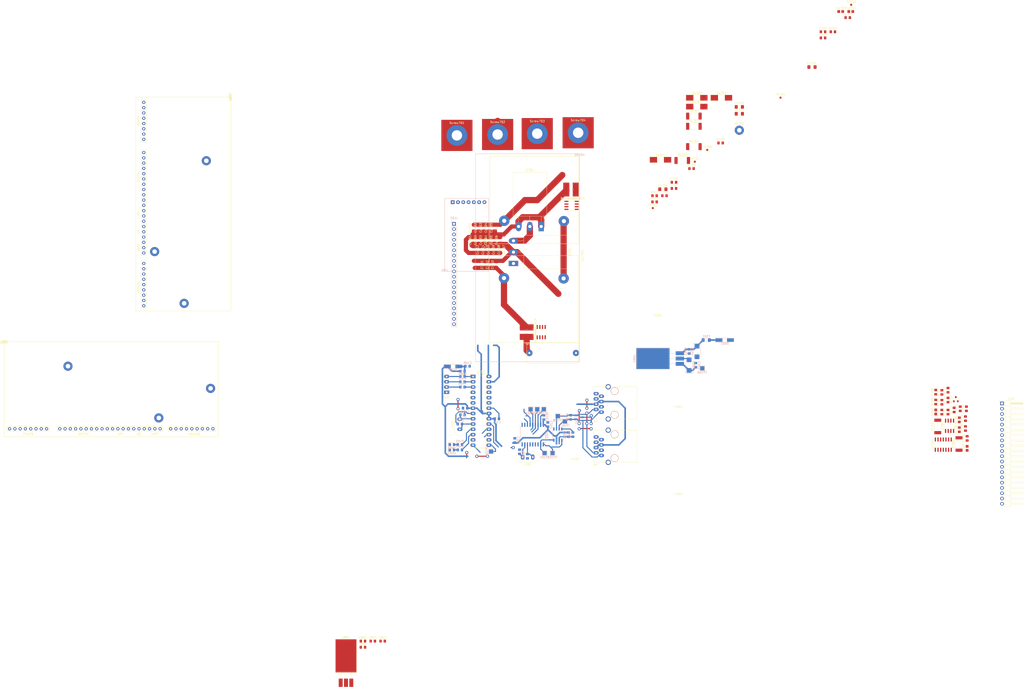
<source format=kicad_pcb>
(kicad_pcb (version 20171130) (host pcbnew 5.1.6)
  (layers (0 F.Cu jumper) (31 B.Cu signal) (34 B.Paste user) (35 F.Paste user) (36 B.SilkS user) (37 F.SilkS user) (38 B.Mask user) (39 F.Mask user) (44 Edge.Cuts user))
  (net 0 "")
  (net 1 GND)
  (net 2 +5V)
  (net 3 /MCU/RESET)
  (net 4 "Net-(C203-Pad1)")
  (net 5 "Net-(C204-Pad1)")
  (net 6 "Net-(C403-Pad1)")
  (net 7 "Net-(C404-Pad1)")
  (net 8 "Net-(C405-Pad2)")
  (net 9 /MCU/LED2)
  (net 10 /MCU/LED1)
  (net 11 "Net-(D501-Pad1)")
  (net 12 "/POWER SUPPLY/+18V_IN")
  (net 13 "/CANBUS CONN/CAN_L")
  (net 14 "/CANBUS CONN/CAN_H")
  (net 15 "Net-(R202-Pad1)")
  (net 16 "Net-(R203-Pad2)")
  (net 17 /MCU/USART_RX)
  (net 18 "Net-(J401-Pad3)")
  (net 19 "Net-(J401-Pad2)")
  (net 20 /MCU/USART_TX)
  (net 21 /MOSI)
  (net 22 /MISO)
  (net 23 /CANBUS/TXCAN)
  (net 24 /CANBUS/RXCAN)
  (net 25 /CANBUS/CS)
  (net 26 /SCK)
  (net 27 /CANBUS/INT)
  (net 28 "Net-(U401-Pad4)")
  (net 29 "Net-(U401-Pad5)")
  (net 30 "Net-(U401-Pad6)")
  (net 31 "Net-(U401-Pad13)")
  (net 32 "Net-(U201-Pad5)")
  (net 33 "Net-(U202-Pad3)")
  (net 34 "Net-(U202-Pad4)")
  (net 35 "Net-(U202-Pad5)")
  (net 36 "Net-(U202-Pad6)")
  (net 37 "Net-(U202-Pad11)")
  (net 38 "Net-(D402-Pad2)")
  (net 39 "Net-(D403-Pad2)")
  (net 40 "Net-(U202-Pad10)")
  (net 41 VCC)
  (net 42 +12V)
  (net 43 /Sheet5F261196/Vcc)
  (net 44 +5VA)
  (net 45 /Signal/V_Vbat)
  (net 46 /Signal/V_Vbat_ADC)
  (net 47 /Signal/V_Vpanel_ADC)
  (net 48 /Sheet5F261196/-B)
  (net 49 /Sheet5F261196/+Vp)
  (net 50 /Sheet5F261196/-Vp)
  (net 51 /Sheet5F261196/+B)
  (net 52 "Net-(Cs701-Pad2)")
  (net 53 /Sheet5F261196/HS)
  (net 54 "Net-(Cs702-Pad2)")
  (net 55 "Net-(Cs703-Pad2)")
  (net 56 "Net-(Cs704-Pad1)")
  (net 57 /Sheet5F261196/PanelShunt-)
  (net 58 /Signal/PWM)
  (net 59 /Signal/BatOVInterrupt)
  (net 60 "Net-(J101-Pad16)")
  (net 61 "Net-(J101-Pad11)")
  (net 62 "Net-(J101-Pad10)")
  (net 63 "Net-(J101-Pad9)")
  (net 64 "Net-(J101-Pad8)")
  (net 65 "Net-(J101-Pad7)")
  (net 66 "Net-(J101-Pad6)")
  (net 67 "Net-(J101-Pad5)")
  (net 68 /Signal/V_Vpanel-)
  (net 69 /Signal/V_Vpanel+)
  (net 70 "Net-(J102-Pad16)")
  (net 71 "Net-(J102-Pad15)")
  (net 72 /Sheet5F261196/V_Vbat)
  (net 73 "Net-(J102-Pad11)")
  (net 74 "Net-(J102-Pad10)")
  (net 75 "Net-(J102-Pad9)")
  (net 76 "Net-(J102-Pad8)")
  (net 77 "Net-(J102-Pad7)")
  (net 78 "Net-(J102-Pad6)")
  (net 79 "Net-(J102-Pad5)")
  (net 80 "Net-(J102-Pad4)")
  (net 81 /Sheet5F261196/V_Vpanel-)
  (net 82 /Sheet5F261196/V_Vpanel+)
  (net 83 "Net-(J701-Pad4)")
  (net 84 "Net-(J701-Pad3)")
  (net 85 /Sheet5F261196/HG)
  (net 86 "Net-(Q702-Pad3)")
  (net 87 "Net-(Q702-Pad1)")
  (net 88 "Net-(R705-Pad1)")
  (net 89 "Net-(R710-Pad2)")
  (net 90 "Net-(R710-Pad1)")
  (net 91 "Net-(R711-Pad1)")
  (net 92 "Net-(R712-Pad1)")
  (net 93 "Net-(R713-Pad2)")
  (net 94 "Net-(R714-Pad1)")
  (net 95 /Sheet5F261196/BatShunt+)
  (net 96 "Net-(U101-Pad10)")
  (net 97 "Net-(U101-Pad11)")
  (net 98 "Net-(U101-Pad12)")
  (net 99 "Net-(U101-Pad13)")
  (net 100 "Net-(U101-Pad14)")
  (net 101 "Net-(U101-Pad16)")
  (net 102 "Net-(U101-Pad17)")
  (net 103 "Net-(U101-Pad19)")
  (net 104 "Net-(U101-Pad20)")
  (net 105 "Net-(U101-Pad21)")
  (net 106 "Net-(U101-Pad23)")
  (net 107 "Net-(U101-Pad24)")
  (net 108 "Net-(U101-Pad26)")
  (net 109 "Net-(U101-Pad27)")
  (net 110 "Net-(U101-Pad29)")
  (net 111 "Net-(U101-Pad30)")
  (net 112 /Sheet5F261196/V_Ipanel)
  (net 113 /Sheet5F261196/V_Ibat)
  (net 114 "Net-(U101-Pad35)")
  (net 115 "Net-(U101-Pad36)")
  (net 116 "Net-(U102-Pad9)")
  (net 117 "Net-(U102-Pad10)")
  (net 118 "Net-(U102-Pad11)")
  (net 119 "Net-(U102-Pad12)")
  (net 120 "Net-(U102-Pad13)")
  (net 121 "Net-(U102-Pad14)")
  (net 122 /MCU/PWM)
  (net 123 "Net-(U102-Pad16)")
  (net 124 "Net-(U102-Pad17)")
  (net 125 "Net-(U102-Pad19)")
  (net 126 "Net-(U102-Pad20)")
  (net 127 "Net-(U102-Pad21)")
  (net 128 "Net-(U102-Pad23)")
  (net 129 "Net-(U102-Pad24)")
  (net 130 "Net-(U102-Pad26)")
  (net 131 "Net-(U102-Pad27)")
  (net 132 "Net-(U102-Pad29)")
  (net 133 "Net-(U102-Pad30)")
  (net 134 /MCU/V_Ipanel_ADC)
  (net 135 /MCU/V_Ibat_ADC)
  (net 136 /MCU/V_Vpanel_ADC)
  (net 137 /MCU/V_Vbat_ADC)
  (net 138 "Net-(U102-Pad35)")
  (net 139 "Net-(U102-Pad36)")
  (net 140 "Net-(U401-Pad27)")
  (net 141 "Net-(U401-Pad28)")
  (net 142 "Net-(U703-Pad6)")
  (net 143 GNDA)
  (net 144 VCCQ)
  (net 145 /PWM)
  (net 146 /BatOVInterrupt)
  (net 147 +5P)
  (net 148 /Sheet5F261196/-P_unfused)
  (module KicadZeniteSolarLibrary18:PML100HZPJV0L5 (layer F.Cu) (at 151.13 132.08 270)
    (fp_text reference Rshunt702 (at 1.0922 -4.318 90) (layer F.SilkS))
    (fp_text value 1500uR (at -3.81 -4.2418 90) (layer F.SilkS))
    (pad 1 smd rect (at -2.291 0 270) (size 2.932 6.64) (layers F.Cu F.Paste F.Mask) (net 50 /Sheet5F261196/-Vp))
    (pad 2 smd rect (at 2.291 0 270) (size 2.932 6.64) (layers F.Cu F.Paste F.Mask) (net 57 /Sheet5F261196/PanelShunt-))
  )
  (module KicadZeniteSolarLibrary18:PML100HZPJV0L5 (layer F.Cu) (at 172.471 63.5 180)
    (fp_text reference Rshunt701 (at 1.0922 -4.318) (layer F.SilkS))
    (fp_text value 1500uR (at -3.81 -4.2418) (layer F.SilkS))
    (pad 1 smd rect (at -2.291 0 180) (size 2.932 6.64) (layers F.Cu F.Paste F.Mask) (net 95 /Sheet5F261196/BatShunt+))
    (pad 2 smd rect (at 2.291 0 180) (size 2.932 6.64) (layers F.Cu F.Paste F.Mask) (net 48 /Sheet5F261196/-B))
  )
  (module KicadZeniteSolarLibrary18:TO-220-3_Horizontal_TabDown_SMD (layer F.Cu) (at 61.7 299.43)
    (fp_text reference U801 (at 2.54 -20.58) (layer F.SilkS))
    (fp_text value LM7812_TO220)
    (pad "" smd rect (at 2.54 -11.684) (size 10 16) (layers F.Cu F.Paste F.Mask))
    (pad 1 smd rect (at 0 1.27) (size 1.905 4) (layers F.Cu F.Paste F.Mask) (net 144 VCCQ))
    (pad 2 smd rect (at 2.54 1.27) (size 1.905 4) (layers F.Cu F.Paste F.Mask) (net 1 GND))
    (pad 3 smd rect (at 5.08 1.27) (size 1.905 4) (layers F.Cu F.Paste F.Mask) (net 42 +12V))
  )
  (module KicadZeniteSolarLibrary18:ZCS18 (layer F.Cu) (at -100.076 136.652)
    (fp_text reference U101 (at 0 0.5) (layer F.SilkS))
    (fp_text value ZCS)
    (fp_text user ANALOG (at 91.44 44.45) (layer F.SilkS))
    (fp_text user UART (at 72.39 44.45) (layer F.SilkS))
    (fp_text user UART (at 0 0) (layer F.SilkS))
    (fp_text user I2C (at 64.77 44.45) (layer F.SilkS))
    (fp_text user SPI (at 55.88 44.45) (layer F.SilkS))
    (fp_text user SPI (at 0 0) (layer F.SilkS))
    (fp_text user DIGITAL (at 38.1 44.45) (layer F.SilkS))
    (fp_text user POWER (at 11.43 44.45) (layer F.SilkS))
    (pad 40 thru_hole circle (at 30.608 11.811) (size 4.4 4.4) (drill 2.2) (layers *.Cu *.Mask))
    (pad 39 thru_hole circle (at 99.187 22.479) (size 4.4 4.4) (drill 2.2) (layers *.Cu *.Mask))
    (pad 38 thru_hole circle (at 74.295 36.679274) (size 4.4 4.4) (drill 2.2) (layers *.Cu *.Mask))
    (pad 37 thru_hole circle (at 100.33 41.91) (size 1.524 1.524) (drill 0.762) (layers *.Cu *.Mask) (net 1 GND))
    (pad 36 thru_hole circle (at 97.79 41.91) (size 1.524 1.524) (drill 0.762) (layers *.Cu *.Mask) (net 115 "Net-(U101-Pad36)"))
    (pad 35 thru_hole circle (at 95.25 41.91) (size 1.524 1.524) (drill 0.762) (layers *.Cu *.Mask) (net 114 "Net-(U101-Pad35)"))
    (pad 34 thru_hole circle (at 92.71 41.91) (size 1.524 1.524) (drill 0.762) (layers *.Cu *.Mask) (net 71 "Net-(J102-Pad15)"))
    (pad 33 thru_hole circle (at 90.17 41.91) (size 1.524 1.524) (drill 0.762) (layers *.Cu *.Mask) (net 80 "Net-(J102-Pad4)"))
    (pad 32 thru_hole circle (at 87.63 41.91) (size 1.524 1.524) (drill 0.762) (layers *.Cu *.Mask) (net 113 /Sheet5F261196/V_Ibat))
    (pad 31 thru_hole circle (at 85.09 41.91) (size 1.524 1.524) (drill 0.762) (layers *.Cu *.Mask) (net 112 /Sheet5F261196/V_Ipanel))
    (pad 30 thru_hole circle (at 82.55 41.91) (size 1.524 1.524) (drill 0.762) (layers *.Cu *.Mask) (net 111 "Net-(U101-Pad30)"))
    (pad 29 thru_hole circle (at 80.01 41.91) (size 1.524 1.524) (drill 0.762) (layers *.Cu *.Mask) (net 110 "Net-(U101-Pad29)"))
    (pad 28 thru_hole circle (at 74.93 41.91) (size 1.524 1.524) (drill 0.762) (layers *.Cu *.Mask) (net 1 GND))
    (pad 27 thru_hole circle (at 72.39 41.91) (size 1.524 1.524) (drill 0.762) (layers *.Cu *.Mask) (net 109 "Net-(U101-Pad27)"))
    (pad 26 thru_hole circle (at 69.85 41.91) (size 1.524 1.524) (drill 0.762) (layers *.Cu *.Mask) (net 108 "Net-(U101-Pad26)"))
    (pad 25 thru_hole circle (at 67.31 41.91) (size 1.524 1.524) (drill 0.762) (layers *.Cu *.Mask) (net 1 GND))
    (pad 24 thru_hole circle (at 64.77 41.91) (size 1.524 1.524) (drill 0.762) (layers *.Cu *.Mask) (net 107 "Net-(U101-Pad24)"))
    (pad 23 thru_hole circle (at 62.23 41.91) (size 1.524 1.524) (drill 0.762) (layers *.Cu *.Mask) (net 106 "Net-(U101-Pad23)"))
    (pad 22 thru_hole circle (at 59.69 41.91) (size 1.524 1.524) (drill 0.762) (layers *.Cu *.Mask) (net 1 GND))
    (pad 21 thru_hole circle (at 57.15 41.91) (size 1.524 1.524) (drill 0.762) (layers *.Cu *.Mask) (net 105 "Net-(U101-Pad21)"))
    (pad 20 thru_hole circle (at 54.61 41.91) (size 1.524 1.524) (drill 0.762) (layers *.Cu *.Mask) (net 104 "Net-(U101-Pad20)"))
    (pad 19 thru_hole circle (at 52.07 41.91) (size 1.524 1.524) (drill 0.762) (layers *.Cu *.Mask) (net 103 "Net-(U101-Pad19)"))
    (pad 18 thru_hole circle (at 49.53 41.91) (size 1.524 1.524) (drill 0.762) (layers *.Cu *.Mask) (net 1 GND))
    (pad 17 thru_hole circle (at 46.99 41.91) (size 1.524 1.524) (drill 0.762) (layers *.Cu *.Mask) (net 102 "Net-(U101-Pad17)"))
    (pad 16 thru_hole circle (at 44.45 41.91) (size 1.524 1.524) (drill 0.762) (layers *.Cu *.Mask) (net 101 "Net-(U101-Pad16)"))
    (pad 15 thru_hole circle (at 41.91 41.91) (size 1.524 1.524) (drill 0.762) (layers *.Cu *.Mask) (net 145 /PWM))
    (pad 14 thru_hole circle (at 39.37 41.91) (size 1.524 1.524) (drill 0.762) (layers *.Cu *.Mask) (net 100 "Net-(U101-Pad14)"))
    (pad 13 thru_hole circle (at 36.83 41.91) (size 1.524 1.524) (drill 0.762) (layers *.Cu *.Mask) (net 99 "Net-(U101-Pad13)"))
    (pad 12 thru_hole circle (at 34.29 41.91) (size 1.524 1.524) (drill 0.762) (layers *.Cu *.Mask) (net 98 "Net-(U101-Pad12)"))
    (pad 11 thru_hole circle (at 31.75 41.91) (size 1.524 1.524) (drill 0.762) (layers *.Cu *.Mask) (net 97 "Net-(U101-Pad11)"))
    (pad 10 thru_hole circle (at 29.21 41.91) (size 1.524 1.524) (drill 0.762) (layers *.Cu *.Mask) (net 96 "Net-(U101-Pad10)"))
    (pad 9 thru_hole circle (at 26.67 41.91) (size 1.524 1.524) (drill 0.762) (layers *.Cu *.Mask) (net 146 /BatOVInterrupt))
    (pad 8 thru_hole circle (at 20.32 41.91) (size 1.524 1.524) (drill 0.762) (layers *.Cu *.Mask) (net 1 GND))
    (pad 7 thru_hole circle (at 17.78 41.91) (size 1.524 1.524) (drill 0.762) (layers *.Cu *.Mask) (net 1 GND))
    (pad 6 thru_hole circle (at 15.24 41.91) (size 1.524 1.524) (drill 0.762) (layers *.Cu *.Mask) (net 1 GND))
    (pad 5 thru_hole circle (at 12.7 41.91) (size 1.524 1.524) (drill 0.762) (layers *.Cu *.Mask) (net 147 +5P))
    (pad 4 thru_hole circle (at 10.16 41.91) (size 1.524 1.524) (drill 0.762) (layers *.Cu *.Mask) (net 1 GND))
    (pad 3 thru_hole circle (at 7.62 41.91) (size 1.524 1.524) (drill 0.762) (layers *.Cu *.Mask) (net 1 GND))
    (pad 2 thru_hole circle (at 5.08 41.91) (size 1.524 1.524) (drill 0.762) (layers *.Cu *.Mask) (net 1 GND))
    (pad 1 thru_hole circle (at 2.54 41.91) (size 1.524 1.524) (drill 0.762) (layers *.Cu *.Mask) (net 144 VCCQ))
  )
  (module Capacitor_SMD:C_0805_2012Metric_Pad1.15x1.40mm_HandSolder (layer F.Cu) (at 72.39 283.62)
    (fp_text reference C804 (at 0 -1.65) (layer F.SilkS))
    (fp_text value 10uF)
    (pad 2 smd roundrect (at 1.025 0) (size 1.15 1.4) (layers F.Cu F.Paste F.Mask) (roundrect_rratio 0.217391) (net 1 GND))
    (pad 1 smd roundrect (at -1.025 0) (size 1.15 1.4) (layers F.Cu F.Paste F.Mask) (roundrect_rratio 0.217391) (net 42 +12V))
  )
  (module Capacitor_SMD:C_0805_2012Metric_Pad1.15x1.40mm_HandSolder (layer F.Cu) (at 81.89 280.67)
    (fp_text reference C803 (at 0 -1.65) (layer F.SilkS))
    (fp_text value 100nF)
    (pad 2 smd roundrect (at 1.025 0) (size 1.15 1.4) (layers F.Cu F.Paste F.Mask) (roundrect_rratio 0.217391) (net 1 GND))
    (pad 1 smd roundrect (at -1.025 0) (size 1.15 1.4) (layers F.Cu F.Paste F.Mask) (roundrect_rratio 0.217391) (net 42 +12V))
  )
  (module Capacitor_SMD:C_0805_2012Metric_Pad1.15x1.40mm_HandSolder (layer F.Cu) (at 77.14 280.67)
    (fp_text reference C802 (at 0 -1.65) (layer F.SilkS))
    (fp_text value 100nF)
    (pad 2 smd roundrect (at 1.025 0) (size 1.15 1.4) (layers F.Cu F.Paste F.Mask) (roundrect_rratio 0.217391) (net 1 GND))
    (pad 1 smd roundrect (at -1.025 0) (size 1.15 1.4) (layers F.Cu F.Paste F.Mask) (roundrect_rratio 0.217391) (net 144 VCCQ))
  )
  (module Capacitor_SMD:C_0805_2012Metric_Pad1.15x1.40mm_HandSolder (layer F.Cu) (at 72.39 280.67)
    (fp_text reference C801 (at 0 -1.65) (layer F.SilkS))
    (fp_text value 10uF)
    (pad 2 smd roundrect (at 1.025 0) (size 1.15 1.4) (layers F.Cu F.Paste F.Mask) (roundrect_rratio 0.217391) (net 1 GND))
    (pad 1 smd roundrect (at -1.025 0) (size 1.15 1.4) (layers F.Cu F.Paste F.Mask) (roundrect_rratio 0.217391) (net 144 VCCQ))
  )
  (module Package_SO:SOIC-8_3.9x4.9mm_P1.27mm (layer F.Cu) (at 354.5 177.13 90)
    (fp_text reference U704 (at 0 -3.4 90) (layer F.SilkS))
    (fp_text value INA826)
    (pad 8 smd roundrect (at 2.475 -1.905 90) (size 1.95 0.6) (layers F.Cu F.Paste F.Mask) (net 44 +5VA))
    (pad 7 smd roundrect (at 2.475 -0.635 90) (size 1.95 0.6) (layers F.Cu F.Paste F.Mask) (net 93 "Net-(R713-Pad2)"))
    (pad 6 smd roundrect (at 2.475 0.635 90) (size 1.95 0.6) (layers F.Cu F.Paste F.Mask) (net 143 GNDA))
    (pad 5 smd roundrect (at 2.475 1.905 90) (size 1.95 0.6) (layers F.Cu F.Paste F.Mask) (net 143 GNDA))
    (pad 4 smd roundrect (at -2.475 1.905 90) (size 1.95 0.6) (layers F.Cu F.Paste F.Mask) (net 68 /Signal/V_Vpanel-))
    (pad 3 smd roundrect (at -2.475 0.635 90) (size 1.95 0.6) (layers F.Cu F.Paste F.Mask) (net 90 "Net-(R710-Pad1)"))
    (pad 2 smd roundrect (at -2.475 -0.635 90) (size 1.95 0.6) (layers F.Cu F.Paste F.Mask) (net 89 "Net-(R710-Pad2)"))
    (pad 1 smd roundrect (at -2.475 -1.905 90) (size 1.95 0.6) (layers F.Cu F.Paste F.Mask) (net 69 /Signal/V_Vpanel+))
  )
  (module Package_SO:SOIC-14_3.9x8.7mm_P1.27mm (layer F.Cu) (at 351.49 186.18 90)
    (fp_text reference U703 (at 0 -5.28 90) (layer F.SilkS))
    (fp_text value LM324)
    (pad 14 smd roundrect (at 2.475 -3.81 90) (size 1.95 0.6) (layers F.Cu F.Paste F.Mask) (net 91 "Net-(R711-Pad1)"))
    (pad 13 smd roundrect (at 2.475 -2.54 90) (size 1.95 0.6) (layers F.Cu F.Paste F.Mask) (net 45 /Signal/V_Vbat))
    (pad 12 smd roundrect (at 2.475 -1.27 90) (size 1.95 0.6) (layers F.Cu F.Paste F.Mask) (net 88 "Net-(R705-Pad1)"))
    (pad 11 smd roundrect (at 2.475 0 90) (size 1.95 0.6) (layers F.Cu F.Paste F.Mask) (net 143 GNDA))
    (pad 10 smd roundrect (at 2.475 1.27 90) (size 1.95 0.6) (layers F.Cu F.Paste F.Mask) (net 45 /Signal/V_Vbat))
    (pad 9 smd roundrect (at 2.475 2.54 90) (size 1.95 0.6) (layers F.Cu F.Paste F.Mask) (net 92 "Net-(R712-Pad1)"))
    (pad 8 smd roundrect (at 2.475 3.81 90) (size 1.95 0.6) (layers F.Cu F.Paste F.Mask) (net 92 "Net-(R712-Pad1)"))
    (pad 7 smd roundrect (at -2.475 3.81 90) (size 1.95 0.6) (layers F.Cu F.Paste F.Mask) (net 142 "Net-(U703-Pad6)"))
    (pad 6 smd roundrect (at -2.475 2.54 90) (size 1.95 0.6) (layers F.Cu F.Paste F.Mask) (net 142 "Net-(U703-Pad6)"))
    (pad 5 smd roundrect (at -2.475 1.27 90) (size 1.95 0.6) (layers F.Cu F.Paste F.Mask) (net 143 GNDA))
    (pad 4 smd roundrect (at -2.475 0 90) (size 1.95 0.6) (layers F.Cu F.Paste F.Mask) (net 44 +5VA))
    (pad 3 smd roundrect (at -2.475 -1.27 90) (size 1.95 0.6) (layers F.Cu F.Paste F.Mask) (net 94 "Net-(R714-Pad1)"))
    (pad 2 smd roundrect (at -2.475 -2.54 90) (size 1.95 0.6) (layers F.Cu F.Paste F.Mask) (net 91 "Net-(R711-Pad1)"))
    (pad 1 smd roundrect (at -2.475 -3.81 90) (size 1.95 0.6) (layers F.Cu F.Paste F.Mask) (net 59 /Signal/BatOVInterrupt))
  )
  (module Package_SO:SOIC-8_3.9x4.9mm_P1.27mm (layer F.Cu) (at 172.72 71.12)
    (fp_text reference U702 (at 0 -3.4) (layer F.SilkS))
    (fp_text value INA240A4D)
    (pad 8 smd roundrect (at 2.475 -1.905) (size 1.95 0.6) (layers F.Cu F.Paste F.Mask) (net 95 /Sheet5F261196/BatShunt+))
    (pad 7 smd roundrect (at 2.475 -0.635) (size 1.95 0.6) (layers F.Cu F.Paste F.Mask) (net 1 GND))
    (pad 6 smd roundrect (at 2.475 0.635) (size 1.95 0.6) (layers F.Cu F.Paste F.Mask) (net 2 +5V))
    (pad 5 smd roundrect (at 2.475 1.905) (size 1.95 0.6) (layers F.Cu F.Paste F.Mask) (net 113 /Sheet5F261196/V_Ibat))
    (pad 4 smd roundrect (at -2.475 1.905) (size 1.95 0.6) (layers F.Cu F.Paste F.Mask) (net 1 GND))
    (pad 3 smd roundrect (at -2.475 0.635) (size 1.95 0.6) (layers F.Cu F.Paste F.Mask) (net 1 GND))
    (pad 2 smd roundrect (at -2.475 -0.635) (size 1.95 0.6) (layers F.Cu F.Paste F.Mask) (net 1 GND))
    (pad 1 smd roundrect (at -2.475 -1.905) (size 1.95 0.6) (layers F.Cu F.Paste F.Mask) (net 48 /Sheet5F261196/-B))
  )
  (module Package_SO:SOIC-8_3.9x4.9mm_P1.27mm (layer F.Cu) (at 158.115 132.08 90)
    (fp_text reference U701 (at 0 -3.4 90) (layer F.SilkS))
    (fp_text value INA240A4D)
    (pad 8 smd roundrect (at 2.475 -1.905 90) (size 1.95 0.6) (layers F.Cu F.Paste F.Mask) (net 50 /Sheet5F261196/-Vp))
    (pad 7 smd roundrect (at 2.475 -0.635 90) (size 1.95 0.6) (layers F.Cu F.Paste F.Mask) (net 1 GND))
    (pad 6 smd roundrect (at 2.475 0.635 90) (size 1.95 0.6) (layers F.Cu F.Paste F.Mask) (net 2 +5V))
    (pad 5 smd roundrect (at 2.475 1.905 90) (size 1.95 0.6) (layers F.Cu F.Paste F.Mask) (net 112 /Sheet5F261196/V_Ipanel))
    (pad 4 smd roundrect (at -2.475 1.905 90) (size 1.95 0.6) (layers F.Cu F.Paste F.Mask) (net 1 GND))
    (pad 3 smd roundrect (at -2.475 0.635 90) (size 1.95 0.6) (layers F.Cu F.Paste F.Mask) (net 1 GND))
    (pad 2 smd roundrect (at -2.475 -0.635 90) (size 1.95 0.6) (layers F.Cu F.Paste F.Mask) (net 1 GND))
    (pad 1 smd roundrect (at -2.475 -1.905 90) (size 1.95 0.6) (layers F.Cu F.Paste F.Mask) (net 57 /Sheet5F261196/PanelShunt-))
  )
  (module KicadZeniteSolarLibrary18:ZCS18 (layer F.Cu) (at 8.89 19.05 270)
    (fp_text reference U102 (at 0 0.5 90) (layer F.SilkS))
    (fp_text value ZCS)
    (fp_text user POWER (at 11.43 44.45 90) (layer F.SilkS))
    (fp_text user DIGITAL (at 38.1 44.45 90) (layer F.SilkS))
    (fp_text user SPI (at 0 0 90) (layer F.SilkS))
    (fp_text user SPI (at 55.88 44.45 90) (layer F.SilkS))
    (fp_text user I2C (at 64.77 44.45 90) (layer F.SilkS))
    (fp_text user UART (at 0 0 90) (layer F.SilkS))
    (fp_text user UART (at 72.39 44.45 90) (layer F.SilkS))
    (fp_text user ANALOG (at 91.44 44.45 90) (layer F.SilkS))
    (pad 1 thru_hole circle (at 2.54 41.91 270) (size 1.524 1.524) (drill 0.762) (layers *.Cu *.Mask) (net 41 VCC))
    (pad 2 thru_hole circle (at 5.08 41.91 270) (size 1.524 1.524) (drill 0.762) (layers *.Cu *.Mask) (net 1 GND))
    (pad 3 thru_hole circle (at 7.62 41.91 270) (size 1.524 1.524) (drill 0.762) (layers *.Cu *.Mask) (net 1 GND))
    (pad 4 thru_hole circle (at 10.16 41.91 270) (size 1.524 1.524) (drill 0.762) (layers *.Cu *.Mask) (net 1 GND))
    (pad 5 thru_hole circle (at 12.7 41.91 270) (size 1.524 1.524) (drill 0.762) (layers *.Cu *.Mask) (net 2 +5V))
    (pad 6 thru_hole circle (at 15.24 41.91 270) (size 1.524 1.524) (drill 0.762) (layers *.Cu *.Mask) (net 1 GND))
    (pad 7 thru_hole circle (at 17.78 41.91 270) (size 1.524 1.524) (drill 0.762) (layers *.Cu *.Mask) (net 1 GND))
    (pad 8 thru_hole circle (at 20.32 41.91 270) (size 1.524 1.524) (drill 0.762) (layers *.Cu *.Mask) (net 1 GND))
    (pad 9 thru_hole circle (at 26.67 41.91 270) (size 1.524 1.524) (drill 0.762) (layers *.Cu *.Mask) (net 116 "Net-(U102-Pad9)"))
    (pad 10 thru_hole circle (at 29.21 41.91 270) (size 1.524 1.524) (drill 0.762) (layers *.Cu *.Mask) (net 117 "Net-(U102-Pad10)"))
    (pad 11 thru_hole circle (at 31.75 41.91 270) (size 1.524 1.524) (drill 0.762) (layers *.Cu *.Mask) (net 118 "Net-(U102-Pad11)"))
    (pad 12 thru_hole circle (at 34.29 41.91 270) (size 1.524 1.524) (drill 0.762) (layers *.Cu *.Mask) (net 119 "Net-(U102-Pad12)"))
    (pad 13 thru_hole circle (at 36.83 41.91 270) (size 1.524 1.524) (drill 0.762) (layers *.Cu *.Mask) (net 120 "Net-(U102-Pad13)"))
    (pad 14 thru_hole circle (at 39.37 41.91 270) (size 1.524 1.524) (drill 0.762) (layers *.Cu *.Mask) (net 121 "Net-(U102-Pad14)"))
    (pad 15 thru_hole circle (at 41.91 41.91 270) (size 1.524 1.524) (drill 0.762) (layers *.Cu *.Mask) (net 122 /MCU/PWM))
    (pad 16 thru_hole circle (at 44.45 41.91 270) (size 1.524 1.524) (drill 0.762) (layers *.Cu *.Mask) (net 123 "Net-(U102-Pad16)"))
    (pad 17 thru_hole circle (at 46.99 41.91 270) (size 1.524 1.524) (drill 0.762) (layers *.Cu *.Mask) (net 124 "Net-(U102-Pad17)"))
    (pad 18 thru_hole circle (at 49.53 41.91 270) (size 1.524 1.524) (drill 0.762) (layers *.Cu *.Mask) (net 1 GND))
    (pad 19 thru_hole circle (at 52.07 41.91 270) (size 1.524 1.524) (drill 0.762) (layers *.Cu *.Mask) (net 125 "Net-(U102-Pad19)"))
    (pad 20 thru_hole circle (at 54.61 41.91 270) (size 1.524 1.524) (drill 0.762) (layers *.Cu *.Mask) (net 126 "Net-(U102-Pad20)"))
    (pad 21 thru_hole circle (at 57.15 41.91 270) (size 1.524 1.524) (drill 0.762) (layers *.Cu *.Mask) (net 127 "Net-(U102-Pad21)"))
    (pad 22 thru_hole circle (at 59.69 41.91 270) (size 1.524 1.524) (drill 0.762) (layers *.Cu *.Mask) (net 1 GND))
    (pad 23 thru_hole circle (at 62.23 41.91 270) (size 1.524 1.524) (drill 0.762) (layers *.Cu *.Mask) (net 128 "Net-(U102-Pad23)"))
    (pad 24 thru_hole circle (at 64.77 41.91 270) (size 1.524 1.524) (drill 0.762) (layers *.Cu *.Mask) (net 129 "Net-(U102-Pad24)"))
    (pad 25 thru_hole circle (at 67.31 41.91 270) (size 1.524 1.524) (drill 0.762) (layers *.Cu *.Mask) (net 1 GND))
    (pad 26 thru_hole circle (at 69.85 41.91 270) (size 1.524 1.524) (drill 0.762) (layers *.Cu *.Mask) (net 130 "Net-(U102-Pad26)"))
    (pad 27 thru_hole circle (at 72.39 41.91 270) (size 1.524 1.524) (drill 0.762) (layers *.Cu *.Mask) (net 131 "Net-(U102-Pad27)"))
    (pad 28 thru_hole circle (at 74.93 41.91 270) (size 1.524 1.524) (drill 0.762) (layers *.Cu *.Mask) (net 1 GND))
    (pad 29 thru_hole circle (at 80.01 41.91 270) (size 1.524 1.524) (drill 0.762) (layers *.Cu *.Mask) (net 132 "Net-(U102-Pad29)"))
    (pad 30 thru_hole circle (at 82.55 41.91 270) (size 1.524 1.524) (drill 0.762) (layers *.Cu *.Mask) (net 133 "Net-(U102-Pad30)"))
    (pad 31 thru_hole circle (at 85.09 41.91 270) (size 1.524 1.524) (drill 0.762) (layers *.Cu *.Mask) (net 134 /MCU/V_Ipanel_ADC))
    (pad 32 thru_hole circle (at 87.63 41.91 270) (size 1.524 1.524) (drill 0.762) (layers *.Cu *.Mask) (net 135 /MCU/V_Ibat_ADC))
    (pad 33 thru_hole circle (at 90.17 41.91 270) (size 1.524 1.524) (drill 0.762) (layers *.Cu *.Mask) (net 136 /MCU/V_Vpanel_ADC))
    (pad 34 thru_hole circle (at 92.71 41.91 270) (size 1.524 1.524) (drill 0.762) (layers *.Cu *.Mask) (net 137 /MCU/V_Vbat_ADC))
    (pad 35 thru_hole circle (at 95.25 41.91 270) (size 1.524 1.524) (drill 0.762) (layers *.Cu *.Mask) (net 138 "Net-(U102-Pad35)"))
    (pad 36 thru_hole circle (at 97.79 41.91 270) (size 1.524 1.524) (drill 0.762) (layers *.Cu *.Mask) (net 139 "Net-(U102-Pad36)"))
    (pad 37 thru_hole circle (at 100.33 41.91 270) (size 1.524 1.524) (drill 0.762) (layers *.Cu *.Mask) (net 1 GND))
    (pad 38 thru_hole circle (at 74.295 36.679274 270) (size 4.4 4.4) (drill 2.2) (layers *.Cu *.Mask))
    (pad 39 thru_hole circle (at 99.187 22.479 270) (size 4.4 4.4) (drill 2.2) (layers *.Cu *.Mask))
    (pad 40 thru_hole circle (at 30.608 11.811 270) (size 4.4 4.4) (drill 2.2) (layers *.Cu *.Mask))
  )
  (module Diode_SMD:D_0805_2012Metric_Castellated (layer F.Cu) (at 302.16 -22.115)
    (fp_text reference Tvs702 (at 0 -1.6) (layer F.SilkS))
    (fp_text value Tvs)
    (pad 2 smd roundrect (at 0.9625 0) (size 1.325 1.3) (layers F.Cu F.Paste F.Mask) (roundrect_rratio 0.192308) (net 1 GND))
    (pad 1 smd roundrect (at -0.9625 0) (size 1.325 1.3) (layers F.Cu F.Paste F.Mask) (roundrect_rratio 0.192308) (net 2 +5V))
  )
  (module Diode_SMD:D_0805_2012Metric_Castellated (layer F.Cu) (at 307.01 -22.115)
    (fp_text reference Tvs701 (at 0 -1.6) (layer F.SilkS))
    (fp_text value Tvs)
    (pad 2 smd roundrect (at 0.9625 0) (size 1.325 1.3) (layers F.Cu F.Paste F.Mask) (roundrect_rratio 0.192308) (net 1 GND))
    (pad 1 smd roundrect (at -0.9625 0) (size 1.325 1.3) (layers F.Cu F.Paste F.Mask) (roundrect_rratio 0.192308) (net 2 +5V))
  )
  (module TestPoint:TestPoint_Pad_D1.0mm (layer F.Cu) (at 237.95 44.44)
    (fp_text reference TP705 (at 0 -1.448) (layer F.SilkS))
    (fp_text value TestPoint_Probe)
    (pad 1 smd circle (at 0 0) (size 1 1) (layers F.Cu F.Mask) (net 85 /Sheet5F261196/HG))
  )
  (module TestPoint:TestPoint_Pad_D1.0mm (layer F.Cu) (at 273.2 19.32)
    (fp_text reference TP704 (at 0 -1.448) (layer F.SilkS))
    (fp_text value TestPoint_Probe)
    (pad 1 smd circle (at 0 0) (size 1 1) (layers F.Cu F.Mask) (net 53 /Sheet5F261196/HS))
  )
  (module TestPoint:TestPoint_Pad_D1.0mm (layer F.Cu) (at 307.19 -25.35)
    (fp_text reference TP703 (at 0 -1.448) (layer F.SilkS))
    (fp_text value TestPoint_Probe)
    (pad 1 smd circle (at 0 0) (size 1 1) (layers F.Cu F.Mask) (net 49 /Sheet5F261196/+Vp))
  )
  (module TestPoint:TestPoint_Pad_D1.0mm (layer F.Cu) (at 232 50.12)
    (fp_text reference TP702 (at 0 -1.448) (layer F.SilkS))
    (fp_text value TestPoint_Probe)
    (pad 1 smd circle (at 0 0) (size 1 1) (layers F.Cu F.Mask) (net 48 /Sheet5F261196/-B))
  )
  (module TestPoint:TestPoint_Pad_D1.0mm (layer F.Cu) (at 211.8 72.42)
    (fp_text reference TP701 (at 0 -1.448) (layer F.SilkS))
    (fp_text value TestPoint_Probe)
    (pad 1 smd circle (at 0 0) (size 1 1) (layers F.Cu F.Mask) (net 53 /Sheet5F261196/HS))
  )
  (module MountingHole:MountingHole_5mm_Pad (layer F.Cu) (at 175.895 36.195)
    (fp_text reference Screw704 (at 0 -6) (layer F.SilkS))
    (fp_text value -P)
    (pad 1 thru_hole circle (at 0 0) (size 10 10) (drill 5) (layers *.Cu *.Mask) (net 148 /Sheet5F261196/-P_unfused))
  )
  (module MountingHole:MountingHole_5mm_Pad (layer F.Cu) (at 156.21 36.618332)
    (fp_text reference Screw703 (at 0 -6) (layer F.SilkS))
    (fp_text value +P)
    (pad 1 thru_hole circle (at 0 0) (size 10 10) (drill 5) (layers *.Cu *.Mask) (net 49 /Sheet5F261196/+Vp))
  )
  (module MountingHole:MountingHole_5mm_Pad (layer F.Cu) (at 137.16 37.041666)
    (fp_text reference Screw702 (at 0 -6) (layer F.SilkS))
    (fp_text value -B)
    (pad 1 thru_hole circle (at 0 0) (size 10 10) (drill 5) (layers *.Cu *.Mask) (net 95 /Sheet5F261196/BatShunt+))
  )
  (module MountingHole:MountingHole_5mm_Pad (layer F.Cu) (at 117.57 37.465)
    (fp_text reference Screw701 (at 0 -6) (layer F.SilkS))
    (fp_text value +B)
    (pad 1 thru_hole circle (at 0 0) (size 10 10) (drill 5) (layers *.Cu *.Mask) (net 51 /Sheet5F261196/+B))
  )
  (module Resistor_SMD:R_2512_6332Metric_Pad1.52x3.35mm_HandSolder (layer F.Cu) (at 231.55 42.86)
    (fp_text reference Rs704 (at 0 -2.62) (layer F.SilkS))
    (fp_text value 100)
    (pad 2 smd roundrect (at 2.9875 0) (size 1.525 3.35) (layers F.Cu F.Paste F.Mask) (roundrect_rratio 0.163934) (net 56 "Net-(Cs704-Pad1)"))
    (pad 1 smd roundrect (at -2.9875 0) (size 1.525 3.35) (layers F.Cu F.Paste F.Mask) (roundrect_rratio 0.163934) (net 53 /Sheet5F261196/HS))
  )
  (module Resistor_SMD:R_2512_6332Metric_Pad1.52x3.35mm_HandSolder (layer F.Cu) (at 225.95 49.52)
    (fp_text reference Rs703 (at 0 -2.62) (layer F.SilkS))
    (fp_text value 100)
    (pad 2 smd roundrect (at 2.9875 0) (size 1.525 3.35) (layers F.Cu F.Paste F.Mask) (roundrect_rratio 0.163934) (net 49 /Sheet5F261196/+Vp))
    (pad 1 smd roundrect (at -2.9875 0) (size 1.525 3.35) (layers F.Cu F.Paste F.Mask) (roundrect_rratio 0.163934) (net 55 "Net-(Cs703-Pad2)"))
  )
  (module Resistor_SMD:R_2512_6332Metric_Pad1.52x3.35mm_HandSolder (layer F.Cu) (at 231.55 33.08)
    (fp_text reference Rs702 (at 0 -2.62) (layer F.SilkS))
    (fp_text value 100)
    (pad 2 smd roundrect (at 2.9875 0) (size 1.525 3.35) (layers F.Cu F.Paste F.Mask) (roundrect_rratio 0.163934) (net 53 /Sheet5F261196/HS))
    (pad 1 smd roundrect (at -2.9875 0) (size 1.525 3.35) (layers F.Cu F.Paste F.Mask) (roundrect_rratio 0.163934) (net 54 "Net-(Cs702-Pad2)"))
  )
  (module Resistor_SMD:R_2512_6332Metric_Pad1.52x3.35mm_HandSolder (layer F.Cu) (at 231.55 28.19)
    (fp_text reference Rs701 (at 0 -2.62) (layer F.SilkS))
    (fp_text value 100)
    (pad 2 smd roundrect (at 2.9875 0) (size 1.525 3.35) (layers F.Cu F.Paste F.Mask) (roundrect_rratio 0.163934) (net 48 /Sheet5F261196/-B))
    (pad 1 smd roundrect (at -2.9875 0) (size 1.525 3.35) (layers F.Cu F.Paste F.Mask) (roundrect_rratio 0.163934) (net 52 "Net-(Cs701-Pad2)"))
  )
  (module Resistor_SMD:R_0805_2012Metric_Pad1.15x1.40mm_HandSolder (layer F.Cu) (at 305.54 -19.17)
    (fp_text reference Rg701 (at 0 -1.65) (layer F.SilkS))
    (fp_text value 10k)
    (pad 2 smd roundrect (at 1.025 0) (size 1.15 1.4) (layers F.Cu F.Paste F.Mask) (roundrect_rratio 0.217391) (net 53 /Sheet5F261196/HS))
    (pad 1 smd roundrect (at -1.025 0) (size 1.15 1.4) (layers F.Cu F.Paste F.Mask) (roundrect_rratio 0.217391) (net 85 /Sheet5F261196/HG))
  )
  (module Resistor_SMD:R_0805_2012Metric_Pad1.15x1.40mm_HandSolder (layer F.Cu) (at 353.76 159.98 90)
    (fp_text reference R717 (at 0 -1.65 90) (layer F.SilkS))
    (fp_text value 100)
    (pad 2 smd roundrect (at 1.025 0 90) (size 1.15 1.4) (layers F.Cu F.Paste F.Mask) (roundrect_rratio 0.217391) (net 86 "Net-(Q702-Pad3)"))
    (pad 1 smd roundrect (at -1.025 0 90) (size 1.15 1.4) (layers F.Cu F.Paste F.Mask) (roundrect_rratio 0.217391) (net 58 /Signal/PWM))
  )
  (module Resistor_SMD:R_0805_2012Metric_Pad1.15x1.40mm_HandSolder (layer F.Cu) (at 362.6 168.93 90)
    (fp_text reference R716 (at 0 -1.65 90) (layer F.SilkS))
    (fp_text value 220)
    (pad 2 smd roundrect (at 1.025 0 90) (size 1.15 1.4) (layers F.Cu F.Paste F.Mask) (roundrect_rratio 0.217391) (net 59 /Signal/BatOVInterrupt))
    (pad 1 smd roundrect (at -1.025 0 90) (size 1.15 1.4) (layers F.Cu F.Paste F.Mask) (roundrect_rratio 0.217391) (net 87 "Net-(Q702-Pad1)"))
  )
  (module Resistor_SMD:R_0805_2012Metric_Pad1.15x1.40mm_HandSolder (layer F.Cu) (at 359.65 168.93 90)
    (fp_text reference R715 (at 0 -1.65 90) (layer F.SilkS))
    (fp_text value 56k)
    (pad 2 smd roundrect (at 1.025 0 90) (size 1.15 1.4) (layers F.Cu F.Paste F.Mask) (roundrect_rratio 0.217391) (net 94 "Net-(R714-Pad1)"))
    (pad 1 smd roundrect (at -1.025 0 90) (size 1.15 1.4) (layers F.Cu F.Paste F.Mask) (roundrect_rratio 0.217391) (net 143 GNDA))
  )
  (module Resistor_SMD:R_0805_2012Metric_Pad1.15x1.40mm_HandSolder (layer F.Cu) (at 353.76 164.73 90)
    (fp_text reference R714 (at 0 -1.65 90) (layer F.SilkS))
    (fp_text value 100k)
    (pad 2 smd roundrect (at 1.025 0 90) (size 1.15 1.4) (layers F.Cu F.Paste F.Mask) (roundrect_rratio 0.217391) (net 44 +5VA))
    (pad 1 smd roundrect (at -1.025 0 90) (size 1.15 1.4) (layers F.Cu F.Paste F.Mask) (roundrect_rratio 0.217391) (net 94 "Net-(R714-Pad1)"))
  )
  (module Resistor_SMD:R_0805_2012Metric_Pad1.15x1.40mm_HandSolder (layer F.Cu) (at 350.81 161.03 90)
    (fp_text reference R713 (at 0 -1.65 90) (layer F.SilkS))
    (fp_text value 150)
    (pad 2 smd roundrect (at 1.025 0 90) (size 1.15 1.4) (layers F.Cu F.Paste F.Mask) (roundrect_rratio 0.217391) (net 93 "Net-(R713-Pad2)"))
    (pad 1 smd roundrect (at -1.025 0 90) (size 1.15 1.4) (layers F.Cu F.Paste F.Mask) (roundrect_rratio 0.217391) (net 47 /Signal/V_Vpanel_ADC))
  )
  (module Resistor_SMD:R_0805_2012Metric_Pad1.15x1.40mm_HandSolder (layer F.Cu) (at 362.15 173.68 90)
    (fp_text reference R712 (at 0 -1.65 90) (layer F.SilkS))
    (fp_text value 150)
    (pad 2 smd roundrect (at 1.025 0 90) (size 1.15 1.4) (layers F.Cu F.Paste F.Mask) (roundrect_rratio 0.217391) (net 46 /Signal/V_Vbat_ADC))
    (pad 1 smd roundrect (at -1.025 0 90) (size 1.15 1.4) (layers F.Cu F.Paste F.Mask) (roundrect_rratio 0.217391) (net 92 "Net-(R712-Pad1)"))
  )
  (module Resistor_SMD:R_0805_2012Metric_Pad1.15x1.40mm_HandSolder (layer F.Cu) (at 356.7 169.48 90)
    (fp_text reference R711 (at 0 -1.65 90) (layer F.SilkS))
    (fp_text value 12k)
    (pad 2 smd roundrect (at 1.025 0 90) (size 1.15 1.4) (layers F.Cu F.Paste F.Mask) (roundrect_rratio 0.217391) (net 88 "Net-(R705-Pad1)"))
    (pad 1 smd roundrect (at -1.025 0 90) (size 1.15 1.4) (layers F.Cu F.Paste F.Mask) (roundrect_rratio 0.217391) (net 91 "Net-(R711-Pad1)"))
  )
  (module Resistor_SMD:R_0805_2012Metric_Pad1.15x1.40mm_HandSolder (layer F.Cu) (at 359.2 178.98 90)
    (fp_text reference R710 (at 0 -1.65 90) (layer F.SilkS))
    (fp_text value 15k)
    (pad 2 smd roundrect (at 1.025 0 90) (size 1.15 1.4) (layers F.Cu F.Paste F.Mask) (roundrect_rratio 0.217391) (net 89 "Net-(R710-Pad2)"))
    (pad 1 smd roundrect (at -1.025 0 90) (size 1.15 1.4) (layers F.Cu F.Paste F.Mask) (roundrect_rratio 0.217391) (net 90 "Net-(R710-Pad1)"))
  )
  (module Resistor_SMD:R_0805_2012Metric_Pad1.15x1.40mm_HandSolder (layer F.Cu) (at 350.81 165.78 90)
    (fp_text reference R709 (at 0 -1.65 90) (layer F.SilkS))
    (fp_text value 75k)
    (pad 2 smd roundrect (at 1.025 0 90) (size 1.15 1.4) (layers F.Cu F.Paste F.Mask) (roundrect_rratio 0.217391) (net 88 "Net-(R705-Pad1)"))
    (pad 1 smd roundrect (at -1.025 0 90) (size 1.15 1.4) (layers F.Cu F.Paste F.Mask) (roundrect_rratio 0.217391) (net 143 GNDA))
  )
  (module Resistor_SMD:R_0805_2012Metric_Pad1.15x1.40mm_HandSolder (layer F.Cu) (at 362.15 178.43 90)
    (fp_text reference R708 (at 0 -1.65 90) (layer F.SilkS))
    (fp_text value 8.2k)
    (pad 2 smd roundrect (at 1.025 0 90) (size 1.15 1.4) (layers F.Cu F.Paste F.Mask) (roundrect_rratio 0.217391) (net 68 /Signal/V_Vpanel-))
    (pad 1 smd roundrect (at -1.025 0 90) (size 1.15 1.4) (layers F.Cu F.Paste F.Mask) (roundrect_rratio 0.217391) (net 69 /Signal/V_Vpanel+))
  )
  (module Resistor_SMD:R_0805_2012Metric_Pad1.15x1.40mm_HandSolder (layer F.Cu) (at 353.75 170.53 90)
    (fp_text reference R707 (at 0 -1.65 90) (layer F.SilkS))
    (fp_text value 10k)
    (pad 2 smd roundrect (at 1.025 0 90) (size 1.15 1.4) (layers F.Cu F.Paste F.Mask) (roundrect_rratio 0.217391) (net 69 /Signal/V_Vpanel+))
    (pad 1 smd roundrect (at -1.025 0 90) (size 1.15 1.4) (layers F.Cu F.Paste F.Mask) (roundrect_rratio 0.217391) (net 143 GNDA))
  )
  (module Resistor_SMD:R_0805_2012Metric_Pad1.15x1.40mm_HandSolder (layer F.Cu) (at 359.2 174.23 90)
    (fp_text reference R706 (at 0 -1.65 90) (layer F.SilkS))
    (fp_text value 10k)
    (pad 2 smd roundrect (at 1.025 0 90) (size 1.15 1.4) (layers F.Cu F.Paste F.Mask) (roundrect_rratio 0.217391) (net 143 GNDA))
    (pad 1 smd roundrect (at -1.025 0 90) (size 1.15 1.4) (layers F.Cu F.Paste F.Mask) (roundrect_rratio 0.217391) (net 68 /Signal/V_Vpanel-))
  )
  (module Resistor_SMD:R_0805_2012Metric_Pad1.15x1.40mm_HandSolder (layer F.Cu) (at 347.86 165.68 90)
    (fp_text reference R705 (at 0 -1.65 90) (layer F.SilkS))
    (fp_text value 10k)
    (pad 2 smd roundrect (at 1.025 0 90) (size 1.15 1.4) (layers F.Cu F.Paste F.Mask) (roundrect_rratio 0.217391) (net 44 +5VA))
    (pad 1 smd roundrect (at -1.025 0 90) (size 1.15 1.4) (layers F.Cu F.Paste F.Mask) (roundrect_rratio 0.217391) (net 88 "Net-(R705-Pad1)"))
  )
  (module Resistor_SMD:R_0805_2012Metric_Pad1.15x1.40mm_HandSolder (layer F.Cu) (at 298.39 -12.37)
    (fp_text reference R704 (at 0 -1.65) (layer F.SilkS))
    (fp_text value 39k)
    (pad 2 smd roundrect (at 1.025 0) (size 1.15 1.4) (layers F.Cu F.Paste F.Mask) (roundrect_rratio 0.217391) (net 72 /Sheet5F261196/V_Vbat))
    (pad 1 smd roundrect (at -1.025 0) (size 1.15 1.4) (layers F.Cu F.Paste F.Mask) (roundrect_rratio 0.217391) (net 1 GND))
  )
  (module Resistor_SMD:R_0805_2012Metric_Pad1.15x1.40mm_HandSolder (layer F.Cu) (at 244.4 41.1)
    (fp_text reference R703 (at 0 -1.65) (layer F.SilkS))
    (fp_text value 560k)
    (pad 2 smd roundrect (at 1.025 0) (size 1.15 1.4) (layers F.Cu F.Paste F.Mask) (roundrect_rratio 0.217391) (net 72 /Sheet5F261196/V_Vbat))
    (pad 1 smd roundrect (at -1.025 0) (size 1.15 1.4) (layers F.Cu F.Paste F.Mask) (roundrect_rratio 0.217391) (net 51 /Sheet5F261196/+B))
  )
  (module Resistor_SMD:R_0805_2012Metric_Pad1.15x1.40mm_HandSolder (layer F.Cu) (at 212.65 66.47)
    (fp_text reference R702 (at 0 -1.65) (layer F.SilkS))
    (fp_text value 330k)
    (pad 2 smd roundrect (at 1.025 0) (size 1.15 1.4) (layers F.Cu F.Paste F.Mask) (roundrect_rratio 0.217391) (net 49 /Sheet5F261196/+Vp))
    (pad 1 smd roundrect (at -1.025 0) (size 1.15 1.4) (layers F.Cu F.Paste F.Mask) (roundrect_rratio 0.217391) (net 82 /Sheet5F261196/V_Vpanel+))
  )
  (module Resistor_SMD:R_0805_2012Metric_Pad1.15x1.40mm_HandSolder (layer F.Cu) (at 212.65 69.42)
    (fp_text reference R701 (at 0 -1.65) (layer F.SilkS))
    (fp_text value 330k)
    (pad 2 smd roundrect (at 1.025 0) (size 1.15 1.4) (layers F.Cu F.Paste F.Mask) (roundrect_rratio 0.217391) (net 81 /Sheet5F261196/V_Vpanel-))
    (pad 1 smd roundrect (at -1.025 0) (size 1.15 1.4) (layers F.Cu F.Paste F.Mask) (roundrect_rratio 0.217391) (net 49 /Sheet5F261196/+Vp))
  )
  (module Package_TO_SOT_SMD:SOT-23 (layer F.Cu) (at 357.51 164.33 90)
    (fp_text reference Q702 (at 0 -2.5 90) (layer F.SilkS))
    (fp_text value Q_NPN_Darlington_BEC)
    (pad 3 smd rect (at 1 0 90) (size 0.9 0.8) (layers F.Cu F.Paste F.Mask) (net 86 "Net-(Q702-Pad3)"))
    (pad 2 smd rect (at -1 0.95 90) (size 0.9 0.8) (layers F.Cu F.Paste F.Mask) (net 143 GNDA))
    (pad 1 smd rect (at -1 -0.95 90) (size 0.9 0.8) (layers F.Cu F.Paste F.Mask) (net 87 "Net-(Q702-Pad1)"))
  )
  (module Package_TO_SOT_THT:TO-247-3_Horizontal_TabUp (layer F.Cu) (at 144.78 99.06 90)
    (fp_text reference Q701 (at 5.45 27.15 -90) (layer F.SilkS))
    (fp_text value IRFP4321PbF)
    (pad 3 thru_hole oval (at 10.9 0 90) (size 2.5 4.5) (drill 1.5) (layers *.Cu *.Mask) (net 53 /Sheet5F261196/HS))
    (pad 2 thru_hole oval (at 5.45 0 90) (size 2.5 4.5) (drill 1.5) (layers *.Cu *.Mask) (net 49 /Sheet5F261196/+Vp))
    (pad 1 thru_hole rect (at 0 0 90) (size 2.5 4.5) (drill 1.5) (layers *.Cu *.Mask) (net 85 /Sheet5F261196/HG))
    (pad "" np_thru_hole oval (at 5.45 19.86 90) (size 3.6 3.6) (drill 3.6) (layers *.Cu *.Mask))
  )
  (module MountingHole:MountingHole_2.2mm_M2_Pad (layer F.Cu) (at 253.4 34.98)
    (fp_text reference MK701 (at 0 -3.2) (layer F.SilkS))
    (fp_text value Mounting_Hole)
    (pad 1 thru_hole circle (at 0 0) (size 4.4 4.4) (drill 2.2) (layers *.Cu *.Mask))
  )
  (module KicadZeniteSolarLibrary18:Inductor_Nocoupled (layer F.Cu) (at 175.895 95.25 270)
    (fp_text reference L2/701 (at 0 -2.032 90) (layer F.SilkS))
    (fp_text value L_Core_Iron_Small)
    (pad 1 thru_hole circle (at 11 7 270) (size 5 5) (drill 2) (layers *.Cu *.Mask) (net 53 /Sheet5F261196/HS))
    (pad 2 thru_hole circle (at 10.844 35.672 90) (size 5 5) (drill 2) (layers *.Cu *.Mask) (net 50 /Sheet5F261196/-Vp))
  )
  (module KicadZeniteSolarLibrary18:Inductor_Nocoupled (layer F.Cu) (at 133.35 89.535 90)
    (fp_text reference L1/701 (at 0 -2.032 90) (layer F.SilkS))
    (fp_text value L_Core_Iron_Small)
    (pad 1 thru_hole circle (at 11 7 90) (size 5 5) (drill 2) (layers *.Cu *.Mask) (net 51 /Sheet5F261196/+B))
    (pad 2 thru_hole circle (at 10.844 35.672 270) (size 5 5) (drill 2) (layers *.Cu *.Mask) (net 53 /Sheet5F261196/HS))
  )
  (module Inductor_SMD:L_0805_2012Metric_Pad1.15x1.40mm_HandSolder (layer F.Cu) (at 217.4 66.47)
    (fp_text reference L701 (at 0 -1.65) (layer F.SilkS))
    (fp_text value L_Small)
    (pad 2 smd roundrect (at 1.025 0) (size 1.15 1.4) (layers F.Cu F.Paste F.Mask) (roundrect_rratio 0.217391) (net 43 /Sheet5F261196/Vcc))
    (pad 1 smd roundrect (at -1.025 0) (size 1.15 1.4) (layers F.Cu F.Paste F.Mask) (roundrect_rratio 0.217391) (net 42 +12V))
  )
  (module "KicadZeniteSolarLibrary18:Driver_(INEP)" (layer B.Cu) (at 111.76 102.87)
    (fp_text reference J701 (at 0 -0.5 180) (layer B.SilkS) (effects (justify mirror)))
    (fp_text value Driver_INEP)
    (pad 2 thru_hole circle (at 6.35 -33.274 180) (size 1.8 1.8) (drill 0.762) (layers *.Cu *.Mask) (net 53 /Sheet5F261196/HS))
    (pad 1 thru_hole rect (at 3.81 -33.274 180) (size 1.8 1.8) (drill 0.762) (layers *.Cu *.Mask) (net 85 /Sheet5F261196/HG))
    (pad 7 thru_hole circle (at 19.05 -33.274 180) (size 1.8 1.8) (drill 0.762) (layers *.Cu *.Mask) (net 1 GND))
    (pad 3 thru_hole circle (at 8.89 -33.274 180) (size 1.8 1.8) (drill 0.762) (layers *.Cu *.Mask) (net 84 "Net-(J701-Pad3)"))
    (pad 4 thru_hole circle (at 11.43 -33.274 180) (size 1.8 1.8) (drill 0.762) (layers *.Cu *.Mask) (net 83 "Net-(J701-Pad4)"))
    (pad 6 thru_hole circle (at 16.51 -33.274 180) (size 1.8 1.8) (drill 0.762) (layers *.Cu *.Mask) (net 145 /PWM))
    (pad 5 thru_hole circle (at 13.97 -33.274 180) (size 1.8 1.8) (drill 0.762) (layers *.Cu *.Mask) (net 43 /Sheet5F261196/Vcc))
  )
  (module Connector_PinSocket_2.54mm:PinSocket_1x20_P2.54mm_Vertical (layer B.Cu) (at 116.205 80.01 180)
    (fp_text reference J102 (at 0 2.77) (layer B.SilkS) (effects (justify mirror)))
    (fp_text value Conn_01x20)
    (pad 1 thru_hole rect (at 0 0 180) (size 1.7 1.7) (drill 1) (layers *.Cu *.Mask) (net 82 /Sheet5F261196/V_Vpanel+))
    (pad 2 thru_hole oval (at 0 -2.54 180) (size 1.7 1.7) (drill 1) (layers *.Cu *.Mask) (net 81 /Sheet5F261196/V_Vpanel-))
    (pad 3 thru_hole oval (at 0 -5.08 180) (size 1.7 1.7) (drill 1) (layers *.Cu *.Mask) (net 1 GND))
    (pad 4 thru_hole oval (at 0 -7.62 180) (size 1.7 1.7) (drill 1) (layers *.Cu *.Mask) (net 80 "Net-(J102-Pad4)"))
    (pad 5 thru_hole oval (at 0 -10.16 180) (size 1.7 1.7) (drill 1) (layers *.Cu *.Mask) (net 79 "Net-(J102-Pad5)"))
    (pad 6 thru_hole oval (at 0 -12.7 180) (size 1.7 1.7) (drill 1) (layers *.Cu *.Mask) (net 78 "Net-(J102-Pad6)"))
    (pad 7 thru_hole oval (at 0 -15.24 180) (size 1.7 1.7) (drill 1) (layers *.Cu *.Mask) (net 77 "Net-(J102-Pad7)"))
    (pad 8 thru_hole oval (at 0 -17.78 180) (size 1.7 1.7) (drill 1) (layers *.Cu *.Mask) (net 76 "Net-(J102-Pad8)"))
    (pad 9 thru_hole oval (at 0 -20.32 180) (size 1.7 1.7) (drill 1) (layers *.Cu *.Mask) (net 75 "Net-(J102-Pad9)"))
    (pad 10 thru_hole oval (at 0 -22.86 180) (size 1.7 1.7) (drill 1) (layers *.Cu *.Mask) (net 74 "Net-(J102-Pad10)"))
    (pad 11 thru_hole oval (at 0 -25.4 180) (size 1.7 1.7) (drill 1) (layers *.Cu *.Mask) (net 73 "Net-(J102-Pad11)"))
    (pad 12 thru_hole oval (at 0 -27.94 180) (size 1.7 1.7) (drill 1) (layers *.Cu *.Mask) (net 72 /Sheet5F261196/V_Vbat))
    (pad 13 thru_hole oval (at 0 -30.48 180) (size 1.7 1.7) (drill 1) (layers *.Cu *.Mask) (net 1 GND))
    (pad 14 thru_hole oval (at 0 -33.02 180) (size 1.7 1.7) (drill 1) (layers *.Cu *.Mask) (net 1 GND))
    (pad 15 thru_hole oval (at 0 -35.56 180) (size 1.7 1.7) (drill 1) (layers *.Cu *.Mask) (net 71 "Net-(J102-Pad15)"))
    (pad 16 thru_hole oval (at 0 -38.1 180) (size 1.7 1.7) (drill 1) (layers *.Cu *.Mask) (net 70 "Net-(J102-Pad16)"))
    (pad 17 thru_hole oval (at 0 -40.64 180) (size 1.7 1.7) (drill 1) (layers *.Cu *.Mask) (net 146 /BatOVInterrupt))
    (pad 18 thru_hole oval (at 0 -43.18 180) (size 1.7 1.7) (drill 1) (layers *.Cu *.Mask) (net 145 /PWM))
    (pad 19 thru_hole oval (at 0 -45.72 180) (size 1.7 1.7) (drill 1) (layers *.Cu *.Mask) (net 1 GND))
    (pad 20 thru_hole oval (at 0 -48.26 180) (size 1.7 1.7) (drill 1) (layers *.Cu *.Mask) (net 2 +5V))
  )
  (module Connector_PinHeader_2.54mm:PinHeader_1x20_P2.54mm_Horizontal (layer F.Cu) (at 379.73 166.37)
    (fp_text reference J101 (at 4.385 -2.27) (layer F.SilkS))
    (fp_text value Conn_01x20)
    (pad 20 thru_hole oval (at 0 48.26) (size 1.7 1.7) (drill 1) (layers *.Cu *.Mask) (net 44 +5VA))
    (pad 19 thru_hole oval (at 0 45.72) (size 1.7 1.7) (drill 1) (layers *.Cu *.Mask) (net 143 GNDA))
    (pad 18 thru_hole oval (at 0 43.18) (size 1.7 1.7) (drill 1) (layers *.Cu *.Mask) (net 58 /Signal/PWM))
    (pad 17 thru_hole oval (at 0 40.64) (size 1.7 1.7) (drill 1) (layers *.Cu *.Mask) (net 59 /Signal/BatOVInterrupt))
    (pad 16 thru_hole oval (at 0 38.1) (size 1.7 1.7) (drill 1) (layers *.Cu *.Mask) (net 60 "Net-(J101-Pad16)"))
    (pad 15 thru_hole oval (at 0 35.56) (size 1.7 1.7) (drill 1) (layers *.Cu *.Mask) (net 46 /Signal/V_Vbat_ADC))
    (pad 14 thru_hole oval (at 0 33.02) (size 1.7 1.7) (drill 1) (layers *.Cu *.Mask) (net 143 GNDA))
    (pad 13 thru_hole oval (at 0 30.48) (size 1.7 1.7) (drill 1) (layers *.Cu *.Mask) (net 143 GNDA))
    (pad 12 thru_hole oval (at 0 27.94) (size 1.7 1.7) (drill 1) (layers *.Cu *.Mask) (net 45 /Signal/V_Vbat))
    (pad 11 thru_hole oval (at 0 25.4) (size 1.7 1.7) (drill 1) (layers *.Cu *.Mask) (net 61 "Net-(J101-Pad11)"))
    (pad 10 thru_hole oval (at 0 22.86) (size 1.7 1.7) (drill 1) (layers *.Cu *.Mask) (net 62 "Net-(J101-Pad10)"))
    (pad 9 thru_hole oval (at 0 20.32) (size 1.7 1.7) (drill 1) (layers *.Cu *.Mask) (net 63 "Net-(J101-Pad9)"))
    (pad 8 thru_hole oval (at 0 17.78) (size 1.7 1.7) (drill 1) (layers *.Cu *.Mask) (net 64 "Net-(J101-Pad8)"))
    (pad 7 thru_hole oval (at 0 15.24) (size 1.7 1.7) (drill 1) (layers *.Cu *.Mask) (net 65 "Net-(J101-Pad7)"))
    (pad 6 thru_hole oval (at 0 12.7) (size 1.7 1.7) (drill 1) (layers *.Cu *.Mask) (net 66 "Net-(J101-Pad6)"))
    (pad 5 thru_hole oval (at 0 10.16) (size 1.7 1.7) (drill 1) (layers *.Cu *.Mask) (net 67 "Net-(J101-Pad5)"))
    (pad 4 thru_hole oval (at 0 7.62) (size 1.7 1.7) (drill 1) (layers *.Cu *.Mask) (net 47 /Signal/V_Vpanel_ADC))
    (pad 3 thru_hole oval (at 0 5.08) (size 1.7 1.7) (drill 1) (layers *.Cu *.Mask) (net 143 GNDA))
    (pad 2 thru_hole oval (at 0 2.54) (size 1.7 1.7) (drill 1) (layers *.Cu *.Mask) (net 68 /Signal/V_Vpanel-))
    (pad 1 thru_hole rect (at 0 0) (size 1.7 1.7) (drill 1) (layers *.Cu *.Mask) (net 69 /Signal/V_Vpanel+))
  )
  (module KicadZeniteSolarLibrary18:hs10425 (layer B.Cu) (at 176.53 46.355 180)
    (fp_text reference HS701 (at 0 -0.5) (layer B.SilkS) (effects (justify mirror)))
    (fp_text value Heatsink)
  )
  (module KicadZeniteSolarLibrary18:Porta_Fusivel (layer F.Cu) (at 151.13 137.16)
    (fp_text reference F701 (at 0 0.5) (layer F.SilkS))
    (fp_text value Fuse)
    (pad 1 thru_hole circle (at 1.27 4.953) (size 3 3) (drill 1) (layers *.Cu *.Mask) (net 57 /Sheet5F261196/PanelShunt-))
    (pad 2 thru_hole circle (at 23.7236 4.953 180) (size 3 3) (drill 1) (layers *.Cu *.Mask) (net 148 /Sheet5F261196/-P_unfused))
  )
  (module Diode_SMD:D_MELF_Handsoldering (layer F.Cu) (at 244.8 19.37)
    (fp_text reference Ds704 (at 0 -2.25) (layer F.SilkS))
    (fp_text value BYD77)
    (pad 2 smd rect (at 3.4 0) (size 3.5 2.7) (layers F.Cu F.Paste F.Mask) (net 49 /Sheet5F261196/+Vp))
    (pad 1 smd rect (at -3.4 0) (size 3.5 2.7) (layers F.Cu F.Paste F.Mask) (net 55 "Net-(Cs703-Pad2)"))
  )
  (module Diode_SMD:D_MELF_Handsoldering (layer F.Cu) (at 232.95 23.62)
    (fp_text reference Ds703 (at 0 -2.25) (layer F.SilkS))
    (fp_text value BYD77)
    (pad 2 smd rect (at 3.4 0) (size 3.5 2.7) (layers F.Cu F.Paste F.Mask) (net 54 "Net-(Cs702-Pad2)"))
    (pad 1 smd rect (at -3.4 0) (size 3.5 2.7) (layers F.Cu F.Paste F.Mask) (net 49 /Sheet5F261196/+Vp))
  )
  (module Diode_SMD:D_MELF_Handsoldering (layer F.Cu) (at 232.95 19.37)
    (fp_text reference Ds702 (at 0 -2.25) (layer F.SilkS))
    (fp_text value BYD77)
    (pad 2 smd rect (at 3.4 0) (size 3.5 2.7) (layers F.Cu F.Paste F.Mask) (net 53 /Sheet5F261196/HS))
    (pad 1 smd rect (at -3.4 0) (size 3.5 2.7) (layers F.Cu F.Paste F.Mask) (net 54 "Net-(Cs702-Pad2)"))
  )
  (module Diode_SMD:D_MELF_Handsoldering (layer F.Cu) (at 215.5 49.2)
    (fp_text reference Ds701 (at 0 -2.25) (layer F.SilkS))
    (fp_text value BYD77)
    (pad 2 smd rect (at 3.4 0) (size 3.5 2.7) (layers F.Cu F.Paste F.Mask) (net 48 /Sheet5F261196/-B))
    (pad 1 smd rect (at -3.4 0) (size 3.5 2.7) (layers F.Cu F.Paste F.Mask) (net 55 "Net-(Cs703-Pad2)"))
  )
  (module Diode_SMD:D_0805_2012Metric_Castellated (layer F.Cu) (at 362.955 187.96 90)
    (fp_text reference D703 (at 0 -1.6 90) (layer F.SilkS))
    (fp_text value D_TVS)
    (pad 2 smd roundrect (at 0.9625 0 90) (size 1.325 1.3) (layers F.Cu F.Paste F.Mask) (roundrect_rratio 0.192308) (net 143 GNDA))
    (pad 1 smd roundrect (at -0.9625 0 90) (size 1.325 1.3) (layers F.Cu F.Paste F.Mask) (roundrect_rratio 0.192308) (net 46 /Signal/V_Vbat_ADC))
  )
  (module Diode_SMD:D_0805_2012Metric_Castellated (layer F.Cu) (at 347.855 170.46 90)
    (fp_text reference D702 (at 0 -1.6 90) (layer F.SilkS))
    (fp_text value D_TVS)
    (pad 2 smd roundrect (at 0.9625 0 90) (size 1.325 1.3) (layers F.Cu F.Paste F.Mask) (roundrect_rratio 0.192308) (net 143 GNDA))
    (pad 1 smd roundrect (at -0.9625 0 90) (size 1.325 1.3) (layers F.Cu F.Paste F.Mask) (roundrect_rratio 0.192308) (net 47 /Signal/V_Vpanel_ADC))
  )
  (module KicadZeniteSolarLibrary18:TO-247-3_Horizontal_TabUp (layer F.Cu) (at 158.115 81.28 180)
    (fp_text reference D701 (at 5.45 27.15) (layer F.SilkS))
    (fp_text value 80CPQ150PbF)
    (pad "" np_thru_hole oval (at 5.45 19.86 180) (size 3.6 3.6) (drill 3.6) (layers *.Cu *.Mask))
    (pad 1 thru_hole rect (at 0 0 180) (size 2.5 4.5) (drill 1.5) (layers *.Cu *.Mask) (net 48 /Sheet5F261196/-B))
    (pad 2 thru_hole oval (at 5.45 0 180) (size 2.5 4.5) (drill 1.5) (layers *.Cu *.Mask) (net 53 /Sheet5F261196/HS))
    (pad 3 thru_hole oval (at 10.9 0 180) (size 2.5 4.5) (drill 1.5) (layers *.Cu *.Mask) (net 48 /Sheet5F261196/-B))
  )
  (module Capacitor_SMD:C_1206_3216Metric_Pad1.42x1.75mm_HandSolder (layer F.Cu) (at 216.62 63.35)
    (fp_text reference Cs704 (at 0 -1.82) (layer F.SilkS))
    (fp_text value 100nF)
    (pad 2 smd roundrect (at 1.4875 0) (size 1.425 1.75) (layers F.Cu F.Paste F.Mask) (roundrect_rratio 0.175439) (net 49 /Sheet5F261196/+Vp))
    (pad 1 smd roundrect (at -1.4875 0) (size 1.425 1.75) (layers F.Cu F.Paste F.Mask) (roundrect_rratio 0.175439) (net 56 "Net-(Cs704-Pad1)"))
  )
  (module Capacitor_SMD:C_1206_3216Metric_Pad1.42x1.75mm_HandSolder (layer F.Cu) (at 253.4 23.78)
    (fp_text reference Cs703 (at 0 -1.82) (layer F.SilkS))
    (fp_text value 100nF)
    (pad 2 smd roundrect (at 1.4875 0) (size 1.425 1.75) (layers F.Cu F.Paste F.Mask) (roundrect_rratio 0.175439) (net 55 "Net-(Cs703-Pad2)"))
    (pad 1 smd roundrect (at -1.4875 0) (size 1.425 1.75) (layers F.Cu F.Paste F.Mask) (roundrect_rratio 0.175439) (net 53 /Sheet5F261196/HS))
  )
  (module Capacitor_SMD:C_1206_3216Metric_Pad1.42x1.75mm_HandSolder (layer F.Cu) (at 253.4 27.07)
    (fp_text reference Cs702 (at 0 -1.82) (layer F.SilkS))
    (fp_text value 100nF)
    (pad 2 smd roundrect (at 1.4875 0) (size 1.425 1.75) (layers F.Cu F.Paste F.Mask) (roundrect_rratio 0.175439) (net 54 "Net-(Cs702-Pad2)"))
    (pad 1 smd roundrect (at -1.4875 0) (size 1.425 1.75) (layers F.Cu F.Paste F.Mask) (roundrect_rratio 0.175439) (net 48 /Sheet5F261196/-B))
  )
  (module Capacitor_SMD:C_1206_3216Metric_Pad1.42x1.75mm_HandSolder (layer F.Cu) (at 288.34 4.6)
    (fp_text reference Cs701 (at 0 -1.82) (layer F.SilkS))
    (fp_text value 100nF)
    (pad 2 smd roundrect (at 1.4875 0) (size 1.425 1.75) (layers F.Cu F.Paste F.Mask) (roundrect_rratio 0.175439) (net 52 "Net-(Cs701-Pad2)"))
    (pad 1 smd roundrect (at -1.4875 0) (size 1.425 1.75) (layers F.Cu F.Paste F.Mask) (roundrect_rratio 0.175439) (net 53 /Sheet5F261196/HS))
  )
  (module Capacitor_SMD:C_1206_3216Metric_Pad1.42x1.75mm_HandSolder (layer F.Cu) (at 135.89 81.915 90)
    (fp_text reference Co705 (at 0 -1.82 90) (layer F.SilkS))
    (fp_text value "2.2uF 100V")
    (pad 2 smd roundrect (at 1.4875 0 90) (size 1.425 1.75) (layers F.Cu F.Paste F.Mask) (roundrect_rratio 0.175439) (net 51 /Sheet5F261196/+B))
    (pad 1 smd roundrect (at -1.4875 0 90) (size 1.425 1.75) (layers F.Cu F.Paste F.Mask) (roundrect_rratio 0.175439) (net 48 /Sheet5F261196/-B))
  )
  (module Capacitor_SMD:C_1206_3216Metric_Pad1.42x1.75mm_HandSolder (layer F.Cu) (at 133.35 81.915 90)
    (fp_text reference Co704 (at 0 -1.82 90) (layer F.SilkS))
    (fp_text value "2.2uF 100V")
    (pad 2 smd roundrect (at 1.4875 0 90) (size 1.425 1.75) (layers F.Cu F.Paste F.Mask) (roundrect_rratio 0.175439) (net 51 /Sheet5F261196/+B))
    (pad 1 smd roundrect (at -1.4875 0 90) (size 1.425 1.75) (layers F.Cu F.Paste F.Mask) (roundrect_rratio 0.175439) (net 48 /Sheet5F261196/-B))
  )
  (module Capacitor_SMD:C_1206_3216Metric_Pad1.42x1.75mm_HandSolder (layer F.Cu) (at 130.81 81.915 90)
    (fp_text reference Co703 (at 0 -1.82 90) (layer F.SilkS))
    (fp_text value "2.2uF 100V")
    (pad 2 smd roundrect (at 1.4875 0 90) (size 1.425 1.75) (layers F.Cu F.Paste F.Mask) (roundrect_rratio 0.175439) (net 51 /Sheet5F261196/+B))
    (pad 1 smd roundrect (at -1.4875 0 90) (size 1.425 1.75) (layers F.Cu F.Paste F.Mask) (roundrect_rratio 0.175439) (net 48 /Sheet5F261196/-B))
  )
  (module Capacitor_SMD:C_1206_3216Metric_Pad1.42x1.75mm_HandSolder (layer F.Cu) (at 128.27 81.915 90)
    (fp_text reference Co702 (at 0 -1.82 90) (layer F.SilkS))
    (fp_text value "2.2uF 100V")
    (pad 2 smd roundrect (at 1.4875 0 90) (size 1.425 1.75) (layers F.Cu F.Paste F.Mask) (roundrect_rratio 0.175439) (net 51 /Sheet5F261196/+B))
    (pad 1 smd roundrect (at -1.4875 0 90) (size 1.425 1.75) (layers F.Cu F.Paste F.Mask) (roundrect_rratio 0.175439) (net 48 /Sheet5F261196/-B))
  )
  (module Capacitor_SMD:C_1206_3216Metric_Pad1.42x1.75mm_HandSolder (layer F.Cu) (at 125.73 81.915 90)
    (fp_text reference Co701 (at 0 -1.82 90) (layer F.SilkS))
    (fp_text value "2.2uF 100V")
    (pad 2 smd roundrect (at 1.4875 0 90) (size 1.425 1.75) (layers F.Cu F.Paste F.Mask) (roundrect_rratio 0.175439) (net 51 /Sheet5F261196/+B))
    (pad 1 smd roundrect (at -1.4875 0 90) (size 1.425 1.75) (layers F.Cu F.Paste F.Mask) (roundrect_rratio 0.175439) (net 48 /Sheet5F261196/-B))
  )
  (module Capacitor_SMD:C_1206_3216Metric_Pad1.42x1.75mm_HandSolder (layer F.Cu) (at 136.525 99.695 90)
    (fp_text reference Ci703 (at 0 -1.82 90) (layer F.SilkS))
    (fp_text value "4,7uF 50V")
    (pad 2 smd roundrect (at 1.4875 0 90) (size 1.425 1.75) (layers F.Cu F.Paste F.Mask) (roundrect_rratio 0.175439) (net 49 /Sheet5F261196/+Vp))
    (pad 1 smd roundrect (at -1.4875 0 90) (size 1.425 1.75) (layers F.Cu F.Paste F.Mask) (roundrect_rratio 0.175439) (net 50 /Sheet5F261196/-Vp))
  )
  (module Capacitor_SMD:C_1206_3216Metric_Pad1.42x1.75mm_HandSolder (layer F.Cu) (at 133.985 99.695 90)
    (fp_text reference Ci702 (at 0 -1.82 90) (layer F.SilkS))
    (fp_text value "4,7uF 50V")
    (pad 2 smd roundrect (at 1.4875 0 90) (size 1.425 1.75) (layers F.Cu F.Paste F.Mask) (roundrect_rratio 0.175439) (net 49 /Sheet5F261196/+Vp))
    (pad 1 smd roundrect (at -1.4875 0 90) (size 1.425 1.75) (layers F.Cu F.Paste F.Mask) (roundrect_rratio 0.175439) (net 50 /Sheet5F261196/-Vp))
  )
  (module Capacitor_SMD:C_1206_3216Metric_Pad1.42x1.75mm_HandSolder (layer F.Cu) (at 131.445 99.695 90)
    (fp_text reference Ci701 (at 0 -1.82 90) (layer F.SilkS))
    (fp_text value "4,7uF 50V")
    (pad 2 smd roundrect (at 1.4875 0 90) (size 1.425 1.75) (layers F.Cu F.Paste F.Mask) (roundrect_rratio 0.175439) (net 49 /Sheet5F261196/+Vp))
    (pad 1 smd roundrect (at -1.4875 0 90) (size 1.425 1.75) (layers F.Cu F.Paste F.Mask) (roundrect_rratio 0.175439) (net 50 /Sheet5F261196/-Vp))
  )
  (module Capacitor_SMD:C_1206_3216Metric_Pad1.42x1.75mm_HandSolder (layer F.Cu) (at 125.73 92.4925 270)
    (fp_text reference Cc712 (at 0 -1.82 90) (layer F.SilkS))
    (fp_text value "1uF 100V")
    (pad 2 smd roundrect (at 1.4875 0 270) (size 1.425 1.75) (layers F.Cu F.Paste F.Mask) (roundrect_rratio 0.175439) (net 48 /Sheet5F261196/-B))
    (pad 1 smd roundrect (at -1.4875 0 270) (size 1.425 1.75) (layers F.Cu F.Paste F.Mask) (roundrect_rratio 0.175439) (net 49 /Sheet5F261196/+Vp))
  )
  (module Capacitor_SMD:C_1206_3216Metric_Pad1.42x1.75mm_HandSolder (layer F.Cu) (at 128.27 92.4925 270)
    (fp_text reference Cc711 (at 0 -1.82 90) (layer F.SilkS))
    (fp_text value "1uF 100V")
    (pad 2 smd roundrect (at 1.4875 0 270) (size 1.425 1.75) (layers F.Cu F.Paste F.Mask) (roundrect_rratio 0.175439) (net 48 /Sheet5F261196/-B))
    (pad 1 smd roundrect (at -1.4875 0 270) (size 1.425 1.75) (layers F.Cu F.Paste F.Mask) (roundrect_rratio 0.175439) (net 49 /Sheet5F261196/+Vp))
  )
  (module Capacitor_SMD:C_1206_3216Metric_Pad1.42x1.75mm_HandSolder (layer F.Cu) (at 130.81 92.4925 270)
    (fp_text reference Cc710 (at 0 -1.82 90) (layer F.SilkS))
    (fp_text value "1uF 100V")
    (pad 2 smd roundrect (at 1.4875 0 270) (size 1.425 1.75) (layers F.Cu F.Paste F.Mask) (roundrect_rratio 0.175439) (net 48 /Sheet5F261196/-B))
    (pad 1 smd roundrect (at -1.4875 0 270) (size 1.425 1.75) (layers F.Cu F.Paste F.Mask) (roundrect_rratio 0.175439) (net 49 /Sheet5F261196/+Vp))
  )
  (module Capacitor_SMD:C_1206_3216Metric_Pad1.42x1.75mm_HandSolder (layer F.Cu) (at 133.35 92.4925 270)
    (fp_text reference Cc709 (at 0 -1.82 90) (layer F.SilkS))
    (fp_text value "1uF 100V")
    (pad 2 smd roundrect (at 1.4875 0 270) (size 1.425 1.75) (layers F.Cu F.Paste F.Mask) (roundrect_rratio 0.175439) (net 48 /Sheet5F261196/-B))
    (pad 1 smd roundrect (at -1.4875 0 270) (size 1.425 1.75) (layers F.Cu F.Paste F.Mask) (roundrect_rratio 0.175439) (net 49 /Sheet5F261196/+Vp))
  )
  (module Capacitor_SMD:C_1206_3216Metric_Pad1.42x1.75mm_HandSolder (layer F.Cu) (at 135.89 92.4925 270)
    (fp_text reference Cc708 (at 0 -1.82 90) (layer F.SilkS))
    (fp_text value "1uF 100V")
    (pad 2 smd roundrect (at 1.4875 0 270) (size 1.425 1.75) (layers F.Cu F.Paste F.Mask) (roundrect_rratio 0.175439) (net 48 /Sheet5F261196/-B))
    (pad 1 smd roundrect (at -1.4875 0 270) (size 1.425 1.75) (layers F.Cu F.Paste F.Mask) (roundrect_rratio 0.175439) (net 49 /Sheet5F261196/+Vp))
  )
  (module Capacitor_SMD:C_1206_3216Metric_Pad1.42x1.75mm_HandSolder (layer F.Cu) (at 138.43 92.4925 270)
    (fp_text reference Cc707 (at 0 -1.82 90) (layer F.SilkS))
    (fp_text value "1uF 100V")
    (pad 2 smd roundrect (at 1.4875 0 270) (size 1.425 1.75) (layers F.Cu F.Paste F.Mask) (roundrect_rratio 0.175439) (net 48 /Sheet5F261196/-B))
    (pad 1 smd roundrect (at -1.4875 0 270) (size 1.425 1.75) (layers F.Cu F.Paste F.Mask) (roundrect_rratio 0.175439) (net 49 /Sheet5F261196/+Vp))
  )
  (module Capacitor_SMD:C_1206_3216Metric_Pad1.42x1.75mm_HandSolder (layer F.Cu) (at 138.43 87.8475 90)
    (fp_text reference Cc706 (at 0 -1.82 90) (layer F.SilkS))
    (fp_text value "1uF 100V")
    (pad 2 smd roundrect (at 1.4875 0 90) (size 1.425 1.75) (layers F.Cu F.Paste F.Mask) (roundrect_rratio 0.175439) (net 48 /Sheet5F261196/-B))
    (pad 1 smd roundrect (at -1.4875 0 90) (size 1.425 1.75) (layers F.Cu F.Paste F.Mask) (roundrect_rratio 0.175439) (net 49 /Sheet5F261196/+Vp))
  )
  (module Capacitor_SMD:C_1206_3216Metric_Pad1.42x1.75mm_HandSolder (layer F.Cu) (at 135.89 87.8475 90)
    (fp_text reference Cc705 (at 0 -1.82 90) (layer F.SilkS))
    (fp_text value "1uF 100V")
    (pad 2 smd roundrect (at 1.4875 0 90) (size 1.425 1.75) (layers F.Cu F.Paste F.Mask) (roundrect_rratio 0.175439) (net 48 /Sheet5F261196/-B))
    (pad 1 smd roundrect (at -1.4875 0 90) (size 1.425 1.75) (layers F.Cu F.Paste F.Mask) (roundrect_rratio 0.175439) (net 49 /Sheet5F261196/+Vp))
  )
  (module Capacitor_SMD:C_1206_3216Metric_Pad1.42x1.75mm_HandSolder (layer F.Cu) (at 133.35 87.8475 90)
    (fp_text reference Cc704 (at 0 -1.82 90) (layer F.SilkS))
    (fp_text value "1uF 100V")
    (pad 2 smd roundrect (at 1.4875 0 90) (size 1.425 1.75) (layers F.Cu F.Paste F.Mask) (roundrect_rratio 0.175439) (net 48 /Sheet5F261196/-B))
    (pad 1 smd roundrect (at -1.4875 0 90) (size 1.425 1.75) (layers F.Cu F.Paste F.Mask) (roundrect_rratio 0.175439) (net 49 /Sheet5F261196/+Vp))
  )
  (module Capacitor_SMD:C_1206_3216Metric_Pad1.42x1.75mm_HandSolder (layer F.Cu) (at 130.81 87.8475 90)
    (fp_text reference Cc703 (at 0 -1.82 90) (layer F.SilkS))
    (fp_text value "1uF 100V")
    (pad 2 smd roundrect (at 1.4875 0 90) (size 1.425 1.75) (layers F.Cu F.Paste F.Mask) (roundrect_rratio 0.175439) (net 48 /Sheet5F261196/-B))
    (pad 1 smd roundrect (at -1.4875 0 90) (size 1.425 1.75) (layers F.Cu F.Paste F.Mask) (roundrect_rratio 0.175439) (net 49 /Sheet5F261196/+Vp))
  )
  (module Capacitor_SMD:C_1206_3216Metric_Pad1.42x1.75mm_HandSolder (layer F.Cu) (at 128.27 87.8475 90)
    (fp_text reference Cc702 (at 0 -1.82 90) (layer F.SilkS))
    (fp_text value "1uF 100V")
    (pad 2 smd roundrect (at 1.4875 0 90) (size 1.425 1.75) (layers F.Cu F.Paste F.Mask) (roundrect_rratio 0.175439) (net 48 /Sheet5F261196/-B))
    (pad 1 smd roundrect (at -1.4875 0 90) (size 1.425 1.75) (layers F.Cu F.Paste F.Mask) (roundrect_rratio 0.175439) (net 49 /Sheet5F261196/+Vp))
  )
  (module Capacitor_SMD:C_1206_3216Metric_Pad1.42x1.75mm_HandSolder (layer F.Cu) (at 125.73 87.8475 90)
    (fp_text reference Cc701 (at 0 -1.82 90) (layer F.SilkS))
    (fp_text value "1uF 100V")
    (pad 2 smd roundrect (at 1.4875 0 90) (size 1.425 1.75) (layers F.Cu F.Paste F.Mask) (roundrect_rratio 0.175439) (net 48 /Sheet5F261196/-B))
    (pad 1 smd roundrect (at -1.4875 0 90) (size 1.425 1.75) (layers F.Cu F.Paste F.Mask) (roundrect_rratio 0.175439) (net 49 /Sheet5F261196/+Vp))
  )
  (module Capacitor_SMD:C_2512_6332Metric_Pad1.52x3.35mm_HandSolder (layer F.Cu) (at 348.83 177.43 90)
    (fp_text reference C710 (at 0 -2.62 90) (layer F.SilkS))
    (fp_text value 10u)
    (pad 2 smd roundrect (at 2.9875 0 90) (size 1.525 3.35) (layers F.Cu F.Paste F.Mask) (roundrect_rratio 0.163934) (net 143 GNDA))
    (pad 1 smd roundrect (at -2.9875 0 90) (size 1.525 3.35) (layers F.Cu F.Paste F.Mask) (roundrect_rratio 0.163934) (net 47 /Signal/V_Vpanel_ADC))
  )
  (module Capacitor_SMD:C_2512_6332Metric_Pad1.52x3.35mm_HandSolder (layer F.Cu) (at 359.04 185.88 90)
    (fp_text reference C709 (at 0 -2.62 90) (layer F.SilkS))
    (fp_text value 10u)
    (pad 2 smd roundrect (at 2.9875 0 90) (size 1.525 3.35) (layers F.Cu F.Paste F.Mask) (roundrect_rratio 0.163934) (net 143 GNDA))
    (pad 1 smd roundrect (at -2.9875 0 90) (size 1.525 3.35) (layers F.Cu F.Paste F.Mask) (roundrect_rratio 0.163934) (net 46 /Signal/V_Vbat_ADC))
  )
  (module Capacitor_SMD:C_0805_2012Metric_Pad1.15x1.40mm_HandSolder (layer F.Cu) (at 362.96 183.18 90)
    (fp_text reference C708 (at 0 -1.65 90) (layer F.SilkS))
    (fp_text value 100nF)
    (pad 2 smd roundrect (at 1.025 0 90) (size 1.15 1.4) (layers F.Cu F.Paste F.Mask) (roundrect_rratio 0.217391) (net 143 GNDA))
    (pad 1 smd roundrect (at -1.025 0 90) (size 1.15 1.4) (layers F.Cu F.Paste F.Mask) (roundrect_rratio 0.217391) (net 44 +5VA))
  )
  (module Capacitor_SMD:C_0805_2012Metric_Pad1.15x1.40mm_HandSolder (layer F.Cu) (at 350.8 170.53 90)
    (fp_text reference C707 (at 0 -1.65 90) (layer F.SilkS))
    (fp_text value 1n)
    (pad 2 smd roundrect (at 1.025 0 90) (size 1.15 1.4) (layers F.Cu F.Paste F.Mask) (roundrect_rratio 0.217391) (net 143 GNDA))
    (pad 1 smd roundrect (at -1.025 0 90) (size 1.15 1.4) (layers F.Cu F.Paste F.Mask) (roundrect_rratio 0.217391) (net 45 /Signal/V_Vbat))
  )
  (module Capacitor_SMD:C_0805_2012Metric_Pad1.15x1.40mm_HandSolder (layer F.Cu) (at 347.86 160.93 90)
    (fp_text reference C706 (at 0 -1.65 90) (layer F.SilkS))
    (fp_text value 100n)
    (pad 2 smd roundrect (at 1.025 0 90) (size 1.15 1.4) (layers F.Cu F.Paste F.Mask) (roundrect_rratio 0.217391) (net 44 +5VA))
    (pad 1 smd roundrect (at -1.025 0 90) (size 1.15 1.4) (layers F.Cu F.Paste F.Mask) (roundrect_rratio 0.217391) (net 143 GNDA))
  )
  (module Capacitor_SMD:C_0805_2012Metric_Pad1.15x1.40mm_HandSolder (layer F.Cu) (at 230.42 53.44)
    (fp_text reference C705 (at 0 -1.65) (layer F.SilkS))
    (fp_text value 10uF)
    (pad 2 smd roundrect (at 1.025 0) (size 1.15 1.4) (layers F.Cu F.Paste F.Mask) (roundrect_rratio 0.217391) (net 1 GND))
    (pad 1 smd roundrect (at -1.025 0) (size 1.15 1.4) (layers F.Cu F.Paste F.Mask) (roundrect_rratio 0.217391) (net 43 /Sheet5F261196/Vcc))
  )
  (module Capacitor_SMD:C_0805_2012Metric_Pad1.15x1.40mm_HandSolder (layer F.Cu) (at 293.64 -9.42)
    (fp_text reference C704 (at 0 -1.65) (layer F.SilkS))
    (fp_text value 100nF)
    (pad 2 smd roundrect (at 1.025 0) (size 1.15 1.4) (layers F.Cu F.Paste F.Mask) (roundrect_rratio 0.217391) (net 1 GND))
    (pad 1 smd roundrect (at -1.025 0) (size 1.15 1.4) (layers F.Cu F.Paste F.Mask) (roundrect_rratio 0.217391) (net 43 /Sheet5F261196/Vcc))
  )
  (module Capacitor_SMD:C_0805_2012Metric_Pad1.15x1.40mm_HandSolder (layer F.Cu) (at 221.97 60.02)
    (fp_text reference C703 (at 0 -1.65) (layer F.SilkS))
    (fp_text value 100nF)
    (pad 2 smd roundrect (at 1.025 0) (size 1.15 1.4) (layers F.Cu F.Paste F.Mask) (roundrect_rratio 0.217391) (net 1 GND))
    (pad 1 smd roundrect (at -1.025 0) (size 1.15 1.4) (layers F.Cu F.Paste F.Mask) (roundrect_rratio 0.217391) (net 42 +12V))
  )
  (module Capacitor_SMD:C_0805_2012Metric_Pad1.15x1.40mm_HandSolder (layer F.Cu) (at 221.97 62.97)
    (fp_text reference C702 (at 0 -1.65) (layer F.SilkS))
    (fp_text value 100nF)
    (pad 2 smd roundrect (at 1.025 0) (size 1.15 1.4) (layers F.Cu F.Paste F.Mask) (roundrect_rratio 0.217391) (net 2 +5V))
    (pad 1 smd roundrect (at -1.025 0) (size 1.15 1.4) (layers F.Cu F.Paste F.Mask) (roundrect_rratio 0.217391) (net 1 GND))
  )
  (module Capacitor_SMD:C_0805_2012Metric_Pad1.15x1.40mm_HandSolder (layer F.Cu) (at 293.64 -12.37)
    (fp_text reference C701 (at 0 -1.65) (layer F.SilkS))
    (fp_text value 100nF)
    (pad 2 smd roundrect (at 1.025 0) (size 1.15 1.4) (layers F.Cu F.Paste F.Mask) (roundrect_rratio 0.217391) (net 2 +5V))
    (pad 1 smd roundrect (at -1.025 0) (size 1.15 1.4) (layers F.Cu F.Paste F.Mask) (roundrect_rratio 0.217391) (net 1 GND))
  )
  (module Capacitor_Tantalum_SMD:CP_EIA-6032-20_AVX-F_Pad2.25x2.35mm_HandSolder (layer B.Cu) (at 233.045 141.385 270)
    (fp_text reference C501 (at 0 2.55 270) (layer B.SilkS) (effects (justify mirror)))
    (fp_text value 1uF)
    (pad 2 smd roundrect (at 2.55 0 270) (size 2.25 2.35) (layers B.Cu B.Paste B.Mask) (roundrect_rratio 0.111111) (net 1 GND))
    (pad 1 smd roundrect (at -2.55 0 270) (size 2.25 2.35) (layers B.Cu B.Paste B.Mask) (roundrect_rratio 0.111111) (net 41 VCC))
  )
  (module Capacitor_Tantalum_SMD:CP_EIA-6032-20_AVX-F_Pad2.25x2.35mm_HandSolder (layer B.Cu) (at 229.235 147.93 90)
    (fp_text reference C504 (at 0 2.55 90) (layer B.SilkS) (effects (justify mirror)))
    (fp_text value 1uF)
    (pad 1 smd roundrect (at -2.55 0 90) (size 2.25 2.35) (layers B.Cu B.Paste B.Mask) (roundrect_rratio 0.111111) (net 2 +5V))
    (pad 2 smd roundrect (at 2.55 0 90) (size 2.25 2.35) (layers B.Cu B.Paste B.Mask) (roundrect_rratio 0.111111) (net 1 GND))
  )
  (module KicadZeniteSolarLibrary18:TO-220-3_Horizontal_TabDown_SMD (layer B.Cu) (at 223.52 142.24 270)
    (fp_text reference U501 (at 2.54 20.58 270) (layer B.SilkS) (effects (justify mirror)))
    (fp_text value LM7805)
    (pad 3 smd rect (at 5.08 -1.27 270) (size 1.905 4) (layers B.Cu B.Paste B.Mask) (net 2 +5V))
    (pad 2 smd rect (at 2.54 -1.27 270) (size 1.905 4) (layers B.Cu B.Paste B.Mask) (net 1 GND))
    (pad 1 smd rect (at 0 -1.27 270) (size 1.905 4) (layers B.Cu B.Paste B.Mask) (net 41 VCC))
    (pad "" smd rect (at 2.54 11.684 270) (size 10 16) (layers B.Cu B.Paste B.Mask))
  )
  (module Package_TO_SOT_SMD:SOT-23_Handsoldering (layer B.Cu) (at 176.285 173.035)
    (fp_text reference D201 (at 0 2.5 180) (layer B.SilkS) (effects (justify mirror)))
    (fp_text value pesd1can)
    (pad 1 smd rect (at -1.5 0.95) (size 1.9 0.8) (layers B.Cu B.Paste B.Mask) (net 14 "/CANBUS CONN/CAN_H"))
    (pad 2 smd rect (at -1.5 -0.95) (size 1.9 0.8) (layers B.Cu B.Paste B.Mask) (net 13 "/CANBUS CONN/CAN_L"))
    (pad 3 smd rect (at 1.5 0) (size 1.9 0.8) (layers B.Cu B.Paste B.Mask) (net 1 GND))
  )
  (module Package_DIP:DIP-28_W7.62mm_Socket (layer F.Cu) (at 125.349 153.416)
    (fp_text reference U401 (at 3.81 -2.33) (layer F.SilkS))
    (fp_text value ATMEGA328P-PU)
    (pad 28 thru_hole oval (at 7.62 0) (size 2.5 1.6) (drill 0.8) (layers *.Cu *.Mask) (net 141 "Net-(U401-Pad28)"))
    (pad 14 thru_hole oval (at 0 33.02) (size 2.5 1.6) (drill 0.8) (layers *.Cu *.Mask) (net 25 /CANBUS/CS))
    (pad 27 thru_hole oval (at 7.62 2.54) (size 2.5 1.6) (drill 0.8) (layers *.Cu *.Mask) (net 140 "Net-(U401-Pad27)"))
    (pad 13 thru_hole oval (at 0 30.48) (size 2.5 1.6) (drill 0.8) (layers *.Cu *.Mask) (net 31 "Net-(U401-Pad13)"))
    (pad 26 thru_hole oval (at 7.62 5.08) (size 2.5 1.6) (drill 0.8) (layers *.Cu *.Mask) (net 135 /MCU/V_Ibat_ADC))
    (pad 12 thru_hole oval (at 0 27.94) (size 2.5 1.6) (drill 0.8) (layers *.Cu *.Mask) (net 9 /MCU/LED2))
    (pad 25 thru_hole oval (at 7.62 7.62) (size 2.5 1.6) (drill 0.8) (layers *.Cu *.Mask) (net 137 /MCU/V_Vbat_ADC))
    (pad 11 thru_hole oval (at 0 25.4) (size 2.5 1.6) (drill 0.8) (layers *.Cu *.Mask) (net 10 /MCU/LED1))
    (pad 24 thru_hole oval (at 7.62 10.16) (size 2.5 1.6) (drill 0.8) (layers *.Cu *.Mask) (net 134 /MCU/V_Ipanel_ADC))
    (pad 10 thru_hole oval (at 0 22.86) (size 2.5 1.6) (drill 0.8) (layers *.Cu *.Mask) (net 6 "Net-(C403-Pad1)"))
    (pad 23 thru_hole oval (at 7.62 12.7) (size 2.5 1.6) (drill 0.8) (layers *.Cu *.Mask) (net 136 /MCU/V_Vpanel_ADC))
    (pad 9 thru_hole oval (at 0 20.32) (size 2.5 1.6) (drill 0.8) (layers *.Cu *.Mask) (net 7 "Net-(C404-Pad1)"))
    (pad 22 thru_hole oval (at 7.62 15.24) (size 2.5 1.6) (drill 0.8) (layers *.Cu *.Mask) (net 1 GND))
    (pad 8 thru_hole oval (at 0 17.78) (size 2.5 1.6) (drill 0.8) (layers *.Cu *.Mask) (net 1 GND))
    (pad 21 thru_hole oval (at 7.62 17.78) (size 2.5 1.6) (drill 0.8) (layers *.Cu *.Mask) (net 2 +5V))
    (pad 7 thru_hole oval (at 0 15.24) (size 2.5 1.6) (drill 0.8) (layers *.Cu *.Mask) (net 2 +5V))
    (pad 20 thru_hole oval (at 7.62 20.32) (size 2.5 1.6) (drill 0.8) (layers *.Cu *.Mask) (net 2 +5V))
    (pad 6 thru_hole oval (at 0 12.7) (size 2.5 1.6) (drill 0.8) (layers *.Cu *.Mask) (net 30 "Net-(U401-Pad6)"))
    (pad 19 thru_hole oval (at 7.62 22.86) (size 2.5 1.6) (drill 0.8) (layers *.Cu *.Mask) (net 26 /SCK))
    (pad 5 thru_hole oval (at 0 10.16) (size 2.5 1.6) (drill 0.8) (layers *.Cu *.Mask) (net 29 "Net-(U401-Pad5)"))
    (pad 18 thru_hole oval (at 7.62 25.4) (size 2.5 1.6) (drill 0.8) (layers *.Cu *.Mask) (net 22 /MISO))
    (pad 4 thru_hole oval (at 0 7.62) (size 2.5 1.6) (drill 0.8) (layers *.Cu *.Mask) (net 28 "Net-(U401-Pad4)"))
    (pad 17 thru_hole oval (at 7.62 27.94) (size 2.5 1.6) (drill 0.8) (layers *.Cu *.Mask) (net 21 /MOSI))
    (pad 3 thru_hole oval (at 0 5.08) (size 2.5 1.6) (drill 0.8) (layers *.Cu *.Mask) (net 20 /MCU/USART_TX))
    (pad 16 thru_hole oval (at 7.62 30.48) (size 2.5 1.6) (drill 0.8) (layers *.Cu *.Mask) (net 122 /MCU/PWM))
    (pad 2 thru_hole oval (at 0 2.54) (size 2.5 1.6) (drill 0.8) (layers *.Cu *.Mask) (net 17 /MCU/USART_RX))
    (pad 15 thru_hole oval (at 7.62 33.02) (size 2.5 1.6) (drill 0.8) (layers *.Cu *.Mask) (net 27 /CANBUS/INT))
    (pad 1 thru_hole rect (at 0 0) (size 2.5 1.6) (drill 0.8) (layers *.Cu *.Mask) (net 3 /MCU/RESET))
  )
  (module Fuse:Fuse_1206_3216Metric_Pad1.42x1.75mm_HandSolder (layer B.Cu) (at 237.49 135.89 180)
    (fp_text reference F501 (at 0 1.82) (layer B.SilkS) (effects (justify mirror)))
    (fp_text value 500mA)
    (pad 2 smd roundrect (at 1.4875 0 180) (size 1.425 1.75) (layers B.Cu B.Paste B.Mask) (roundrect_rratio 0.175439) (net 41 VCC))
    (pad 1 smd roundrect (at -1.4875 0 180) (size 1.425 1.75) (layers B.Cu B.Paste B.Mask) (roundrect_rratio 0.175439) (net 11 "Net-(D501-Pad1)"))
  )
  (module KicadZeniteSolarLibrary18:RJ45_YH59_01 (layer F.Cu) (at 187.063 170.551 90)
    (fp_text reference J601 (at -4.364296 -2.909696 180) (layer F.SilkS) (effects (font (size 0.5 0.5) (thickness 0.1))))
    (fp_text value RJ45)
    (pad 9 thru_hole circle (at 12.2 3.296 90) (size 2.5 2.5) (drill 1.6) (layers *.Cu *.Mask))
    (pad 9 thru_hole circle (at -3.3 3.296 90) (size 2.5 2.5) (drill 1.6) (layers *.Cu *.Mask))
    (pad 8 thru_hole oval (at 8.895 -2.544 90) (size 1.6 2.5) (drill 0.8) (layers *.Cu *.Mask) (net 1 GND))
    (pad 7 thru_hole oval (at 7.625 -0.004 90) (size 1.6 2.5) (drill 0.8) (layers *.Cu *.Mask) (net 1 GND))
    (pad 6 thru_hole oval (at 6.355 -2.544 90) (size 1.6 2.5) (drill 0.8) (layers *.Cu *.Mask) (net 1 GND))
    (pad 5 thru_hole oval (at 5.085 -0.004 90) (size 1.6 2.5) (drill 0.8) (layers *.Cu *.Mask) (net 12 "/POWER SUPPLY/+18V_IN"))
    (pad 4 thru_hole oval (at 3.815 -2.544 90) (size 1.6 2.5) (drill 0.8) (layers *.Cu *.Mask) (net 12 "/POWER SUPPLY/+18V_IN"))
    (pad 3 thru_hole oval (at 2.545 -0.004 90) (size 1.6 2.5) (drill 0.8) (layers *.Cu *.Mask) (net 1 GND))
    (pad 2 thru_hole oval (at 1.275 -2.544 90) (size 1.6 2.5) (drill 0.8) (layers *.Cu *.Mask) (net 13 "/CANBUS CONN/CAN_L"))
    (pad 1 thru_hole oval (at 0.005 -0.004 90) (size 1.6 2.5) (drill 0.8) (layers *.Cu *.Mask) (net 14 "/CANBUS CONN/CAN_H"))
    (pad "" np_thru_hole circle (at -1.265 6.346 90) (size 3.65 3.65) (drill 3.2) (layers *.Cu *.SilkS *.Mask))
    (pad "" np_thru_hole circle (at 10.165 6.346 90) (size 3.65 3.65) (drill 3.2) (layers *.Cu *.SilkS *.Mask))
  )
  (module KicadZeniteSolarLibrary18:RJ45_YH59_01 (layer F.Cu) (at 187.067 191.406 90)
    (fp_text reference J602 (at -4.364296 -2.909696 180) (layer F.SilkS) (effects (font (size 0.5 0.5) (thickness 0.1))))
    (fp_text value RJ45)
    (pad 9 thru_hole circle (at 12.2 3.296 90) (size 2.5 2.5) (drill 1.6) (layers *.Cu *.Mask))
    (pad 9 thru_hole circle (at -3.3 3.296 90) (size 2.5 2.5) (drill 1.6) (layers *.Cu *.Mask))
    (pad 8 thru_hole oval (at 8.895 -2.544 90) (size 1.6 2.5) (drill 0.8) (layers *.Cu *.Mask) (net 1 GND))
    (pad 7 thru_hole oval (at 7.625 -0.004 90) (size 1.6 2.5) (drill 0.8) (layers *.Cu *.Mask) (net 1 GND))
    (pad 6 thru_hole oval (at 6.355 -2.544 90) (size 1.6 2.5) (drill 0.8) (layers *.Cu *.Mask) (net 1 GND))
    (pad 5 thru_hole oval (at 5.085 -0.004 90) (size 1.6 2.5) (drill 0.8) (layers *.Cu *.Mask) (net 12 "/POWER SUPPLY/+18V_IN"))
    (pad 4 thru_hole oval (at 3.815 -2.544 90) (size 1.6 2.5) (drill 0.8) (layers *.Cu *.Mask) (net 12 "/POWER SUPPLY/+18V_IN"))
    (pad 3 thru_hole oval (at 2.545 -0.004 90) (size 1.6 2.5) (drill 0.8) (layers *.Cu *.Mask) (net 1 GND))
    (pad 2 thru_hole oval (at 1.275 -2.544 90) (size 1.6 2.5) (drill 0.8) (layers *.Cu *.Mask) (net 13 "/CANBUS CONN/CAN_L"))
    (pad 1 thru_hole oval (at 0.005 -0.004 90) (size 1.6 2.5) (drill 0.8) (layers *.Cu *.Mask) (net 14 "/CANBUS CONN/CAN_H"))
    (pad "" np_thru_hole circle (at -1.265 6.346 90) (size 3.65 3.65) (drill 3.2) (layers *.Cu *.SilkS *.Mask))
    (pad "" np_thru_hole circle (at 10.165 6.346 90) (size 3.65 3.65) (drill 3.2) (layers *.Cu *.SilkS *.Mask))
  )
  (module Capacitor_SMD:C_0805_2012Metric_Pad1.15x1.40mm_HandSolder (layer B.Cu) (at 145.415 184.15 90)
    (fp_text reference C201 (at 0 1.65 90) (layer B.SilkS) (effects (justify mirror)))
    (fp_text value 100nF)
    (pad 2 smd roundrect (at 1.025 0 90) (size 1.15 1.4) (layers B.Cu B.Paste B.Mask) (roundrect_rratio 0.217391) (net 1 GND))
    (pad 1 smd roundrect (at -1.025 0 90) (size 1.15 1.4) (layers B.Cu B.Paste B.Mask) (roundrect_rratio 0.217391) (net 2 +5V))
  )
  (module Capacitor_SMD:C_0805_2012Metric_Pad1.15x1.40mm_HandSolder (layer B.Cu) (at 161.29 176.53 90)
    (fp_text reference C202 (at 0 1.65 90) (layer B.SilkS) (effects (justify mirror)))
    (fp_text value 100nF)
    (pad 2 smd roundrect (at 1.025 0 90) (size 1.15 1.4) (layers B.Cu B.Paste B.Mask) (roundrect_rratio 0.217391) (net 1 GND))
    (pad 1 smd roundrect (at -1.025 0 90) (size 1.15 1.4) (layers B.Cu B.Paste B.Mask) (roundrect_rratio 0.217391) (net 2 +5V))
  )
  (module Capacitor_SMD:C_0805_2012Metric_Pad1.15x1.40mm_HandSolder (layer B.Cu) (at 151.511 191.761 270)
    (fp_text reference C203 (at 0 1.65 270) (layer B.SilkS) (effects (justify mirror)))
    (fp_text value 22pF)
    (pad 2 smd roundrect (at 1.025 0 270) (size 1.15 1.4) (layers B.Cu B.Paste B.Mask) (roundrect_rratio 0.217391) (net 1 GND))
    (pad 1 smd roundrect (at -1.025 0 270) (size 1.15 1.4) (layers B.Cu B.Paste B.Mask) (roundrect_rratio 0.217391) (net 4 "Net-(C203-Pad1)"))
  )
  (module Capacitor_SMD:C_0805_2012Metric_Pad1.15x1.40mm_HandSolder (layer B.Cu) (at 147.701 189.611 90)
    (fp_text reference C204 (at 0 1.65 90) (layer B.SilkS) (effects (justify mirror)))
    (fp_text value 22pF)
    (pad 2 smd roundrect (at 1.025 0 90) (size 1.15 1.4) (layers B.Cu B.Paste B.Mask) (roundrect_rratio 0.217391) (net 1 GND))
    (pad 1 smd roundrect (at -1.025 0 90) (size 1.15 1.4) (layers B.Cu B.Paste B.Mask) (roundrect_rratio 0.217391) (net 5 "Net-(C204-Pad1)"))
  )
  (module Capacitor_SMD:C_0805_2012Metric_Pad1.15x1.40mm_HandSolder (layer B.Cu) (at 171.196 181.356 270)
    (fp_text reference C205 (at 0 1.65 270) (layer B.SilkS) (effects (justify mirror)))
    (fp_text value 100nF)
    (pad 2 smd roundrect (at 1.025 0 270) (size 1.15 1.4) (layers B.Cu B.Paste B.Mask) (roundrect_rratio 0.217391) (net 1 GND))
    (pad 1 smd roundrect (at -1.025 0 270) (size 1.15 1.4) (layers B.Cu B.Paste B.Mask) (roundrect_rratio 0.217391) (net 2 +5V))
  )
  (module Capacitor_SMD:C_0805_2012Metric_Pad1.15x1.40mm_HandSolder (layer B.Cu) (at 136.779 173.736)
    (fp_text reference C401 (at 0 1.65) (layer B.SilkS) (effects (justify mirror)))
    (fp_text value 100nF)
    (pad 2 smd roundrect (at 1.025 0) (size 1.15 1.4) (layers B.Cu B.Paste B.Mask) (roundrect_rratio 0.217391) (net 1 GND))
    (pad 1 smd roundrect (at -1.025 0) (size 1.15 1.4) (layers B.Cu B.Paste B.Mask) (roundrect_rratio 0.217391) (net 2 +5V))
  )
  (module Capacitor_SMD:C_0805_2012Metric_Pad1.15x1.40mm_HandSolder (layer B.Cu) (at 121.539 168.656)
    (fp_text reference C402 (at 0 1.65) (layer B.SilkS) (effects (justify mirror)))
    (fp_text value 100nF)
    (pad 2 smd roundrect (at 1.025 0) (size 1.15 1.4) (layers B.Cu B.Paste B.Mask) (roundrect_rratio 0.217391) (net 2 +5V))
    (pad 1 smd roundrect (at -1.025 0) (size 1.15 1.4) (layers B.Cu B.Paste B.Mask) (roundrect_rratio 0.217391) (net 1 GND))
  )
  (module Capacitor_SMD:C_0805_2012Metric_Pad1.15x1.40mm_HandSolder (layer B.Cu) (at 118.999 176.276 180)
    (fp_text reference C403 (at 0 1.65 180) (layer B.SilkS) (effects (justify mirror)))
    (fp_text value 22pF)
    (pad 2 smd roundrect (at 1.025 0 180) (size 1.15 1.4) (layers B.Cu B.Paste B.Mask) (roundrect_rratio 0.217391) (net 1 GND))
    (pad 1 smd roundrect (at -1.025 0 180) (size 1.15 1.4) (layers B.Cu B.Paste B.Mask) (roundrect_rratio 0.217391) (net 6 "Net-(C403-Pad1)"))
  )
  (module Capacitor_SMD:C_0805_2012Metric_Pad1.15x1.40mm_HandSolder (layer B.Cu) (at 120.269 171.831)
    (fp_text reference C404 (at 0 1.65) (layer B.SilkS) (effects (justify mirror)))
    (fp_text value 22pF)
    (pad 2 smd roundrect (at 1.025 0) (size 1.15 1.4) (layers B.Cu B.Paste B.Mask) (roundrect_rratio 0.217391) (net 1 GND))
    (pad 1 smd roundrect (at -1.025 0) (size 1.15 1.4) (layers B.Cu B.Paste B.Mask) (roundrect_rratio 0.217391) (net 7 "Net-(C404-Pad1)"))
  )
  (module Capacitor_SMD:C_0805_2012Metric_Pad1.15x1.40mm_HandSolder (layer B.Cu) (at 120.269 153.416 180)
    (fp_text reference C405 (at 0 1.65 180) (layer B.SilkS) (effects (justify mirror)))
    (fp_text value 100nF)
    (pad 2 smd roundrect (at 1.025 0 180) (size 1.15 1.4) (layers B.Cu B.Paste B.Mask) (roundrect_rratio 0.217391) (net 8 "Net-(C405-Pad2)"))
    (pad 1 smd roundrect (at -1.025 0 180) (size 1.15 1.4) (layers B.Cu B.Paste B.Mask) (roundrect_rratio 0.217391) (net 3 /MCU/RESET))
  )
  (module Capacitor_SMD:C_0805_2012Metric_Pad1.15x1.40mm_HandSolder (layer B.Cu) (at 122.682 148.463 180)
    (fp_text reference C406 (at 0 1.65 180) (layer B.SilkS) (effects (justify mirror)))
    (fp_text value 100nF)
    (pad 2 smd roundrect (at 1.025 0 180) (size 1.15 1.4) (layers B.Cu B.Paste B.Mask) (roundrect_rratio 0.217391) (net 3 /MCU/RESET))
    (pad 1 smd roundrect (at -1.025 0 180) (size 1.15 1.4) (layers B.Cu B.Paste B.Mask) (roundrect_rratio 0.217391) (net 1 GND))
  )
  (module Capacitor_SMD:C_0805_2012Metric_Pad1.15x1.40mm_HandSolder (layer B.Cu) (at 229.235 141.36 270)
    (fp_text reference C502 (at 0 1.65 270) (layer B.SilkS) (effects (justify mirror)))
    (fp_text value 100nF)
    (pad 2 smd roundrect (at 1.025 0 270) (size 1.15 1.4) (layers B.Cu B.Paste B.Mask) (roundrect_rratio 0.217391) (net 1 GND))
    (pad 1 smd roundrect (at -1.025 0 270) (size 1.15 1.4) (layers B.Cu B.Paste B.Mask) (roundrect_rratio 0.217391) (net 41 VCC))
  )
  (module Capacitor_SMD:C_0805_2012Metric_Pad1.15x1.40mm_HandSolder (layer B.Cu) (at 232.41 147.955 90)
    (fp_text reference C503 (at 0 1.65 90) (layer B.SilkS) (effects (justify mirror)))
    (fp_text value 100nF)
    (pad 2 smd roundrect (at 1.025 0 90) (size 1.15 1.4) (layers B.Cu B.Paste B.Mask) (roundrect_rratio 0.217391) (net 1 GND))
    (pad 1 smd roundrect (at -1.025 0 90) (size 1.15 1.4) (layers B.Cu B.Paste B.Mask) (roundrect_rratio 0.217391) (net 2 +5V))
  )
  (module Connector_PinHeader_2.54mm:PinHeader_1x04_P2.54mm_Vertical (layer F.Cu) (at 112.649 161.036 180)
    (fp_text reference J401 (at 0 -2.33 180) (layer F.SilkS))
    (fp_text value USART)
    (pad 4 thru_hole oval (at 0 7.62 180) (size 2.5 1.6) (drill 0.8) (layers *.Cu *.Mask) (net 8 "Net-(C405-Pad2)"))
    (pad 3 thru_hole oval (at 0 5.08 180) (size 2.5 1.6) (drill 0.8) (layers *.Cu *.Mask) (net 18 "Net-(J401-Pad3)"))
    (pad 2 thru_hole oval (at 0 2.54 180) (size 2.5 1.6) (drill 0.8) (layers *.Cu *.Mask) (net 19 "Net-(J401-Pad2)"))
    (pad 1 thru_hole rect (at 0 0 180) (size 2.5 1.6) (drill 0.8) (layers *.Cu *.Mask) (net 1 GND))
  )
  (module Crystal:Crystal_HC49-U_Vertical (layer F.Cu) (at 154.051 192.151 180)
    (fp_text reference Y201 (at 2.44 -3.525) (layer F.SilkS))
    (fp_text value 16MHz)
    (pad 2 thru_hole oval (at 4.88 0 180) (size 1.6 2.5) (drill 0.8) (layers *.Cu *.Mask) (net 5 "Net-(C204-Pad1)"))
    (pad 1 thru_hole oval (at 0 0 180) (size 1.6 2.5) (drill 0.8) (layers *.Cu *.Mask) (net 4 "Net-(C203-Pad1)"))
  )
  (module Crystal:Crystal_HC49-U_Vertical (layer F.Cu) (at 118.999 178.816 90)
    (fp_text reference Y401 (at 2.44 -3.525 90) (layer F.SilkS))
    (fp_text value 16MHz)
    (pad 2 thru_hole oval (at 4.88 0 90) (size 1.6 2.5) (drill 0.8) (layers *.Cu *.Mask) (net 7 "Net-(C404-Pad1)"))
    (pad 1 thru_hole oval (at 0 0 90) (size 1.6 2.5) (drill 0.8) (layers *.Cu *.Mask) (net 6 "Net-(C403-Pad1)"))
  )
  (module Diode_SMD:D_MiniMELF_Handsoldering (layer B.Cu) (at 115.741 148.59)
    (fp_text reference D401 (at 0 1.75) (layer B.SilkS) (effects (justify mirror)))
    (fp_text value LL4148)
    (pad 2 smd rect (at 2.75 0) (size 3.3 1.7) (layers B.Cu B.Paste B.Mask) (net 3 /MCU/RESET))
    (pad 1 smd rect (at -2.75 0) (size 3.3 1.7) (layers B.Cu B.Paste B.Mask) (net 2 +5V))
  )
  (module Diode_SMD:D_MiniMELF_Handsoldering (layer B.Cu) (at 246.38 135.89)
    (fp_text reference D501 (at 0 1.75 180) (layer B.SilkS) (effects (justify mirror)))
    (fp_text value LL4148)
    (pad 2 smd rect (at 2.75 0) (size 3.3 1.7) (layers B.Cu B.Paste B.Mask) (net 12 "/POWER SUPPLY/+18V_IN"))
    (pad 1 smd rect (at -2.75 0) (size 3.3 1.7) (layers B.Cu B.Paste B.Mask) (net 11 "Net-(D501-Pad1)"))
  )
  (module LED_SMD:LED_0805_2012Metric_Pad1.15x1.40mm_HandSolder (layer B.Cu) (at 115.189 186.161344)
    (fp_text reference D403 (at 0 1.65) (layer B.SilkS) (effects (justify mirror)))
    (fp_text value LED_RED)
    (pad 2 smd roundrect (at 1.025 0) (size 1.15 1.4) (layers B.Cu B.Paste B.Mask) (roundrect_rratio 0.217391) (net 39 "Net-(D403-Pad2)"))
    (pad 1 smd roundrect (at -1.025 0) (size 1.15 1.4) (layers B.Cu B.Paste B.Mask) (roundrect_rratio 0.217391) (net 1 GND))
  )
  (module LED_SMD:LED_0805_2012Metric_Pad1.15x1.40mm_HandSolder (layer B.Cu) (at 115.189 188.701344)
    (fp_text reference D402 (at 0 1.65) (layer B.SilkS) (effects (justify mirror)))
    (fp_text value LED_RED)
    (pad 2 smd roundrect (at 1.025 0) (size 1.15 1.4) (layers B.Cu B.Paste B.Mask) (roundrect_rratio 0.217391) (net 38 "Net-(D402-Pad2)"))
    (pad 1 smd roundrect (at -1.025 0) (size 1.15 1.4) (layers B.Cu B.Paste B.Mask) (roundrect_rratio 0.217391) (net 1 GND))
  )
  (module MountingHole:MountingHole_3.2mm_M3 (layer F.Cu) (at 224.155 205.74 180)
    (fp_text reference H104 (at 0 -4.2 180) (layer F.SilkS))
    (fp_text value MountingHole)
    (pad 1 np_thru_hole circle (at 0 0 180) (size 3.2 3.2) (drill 3.2) (layers *.Cu *.Mask))
  )
  (module MountingHole:MountingHole_3.2mm_M3 (layer F.Cu) (at 174.371 197.231)
    (fp_text reference H102 (at 0 -4.2 180) (layer F.SilkS))
    (fp_text value MountingHole)
    (pad 1 np_thru_hole circle (at 0 0) (size 3.2 3.2) (drill 3.2) (layers *.Cu *.Mask))
  )
  (module MountingHole:MountingHole_3.2mm_M3 (layer F.Cu) (at 224.155 163.83 180)
    (fp_text reference H101 (at 0 -4.2 180) (layer F.SilkS))
    (fp_text value MountingHole)
    (pad 1 np_thru_hole circle (at 0 0 180) (size 3.2 3.2) (drill 3.2) (layers *.Cu *.Mask))
  )
  (module MountingHole:MountingHole_3.2mm_M3 (layer F.Cu) (at 213.995 128.27)
    (fp_text reference H103 (at 0 -4.2 180) (layer F.SilkS))
    (fp_text value MountingHole)
    (pad 1 np_thru_hole circle (at 0 0) (size 3.2 3.2) (drill 3.2) (layers *.Cu *.Mask))
  )
  (module Package_SO:SOIC-18W_7.5x11.6mm_P1.27mm (layer B.Cu) (at 154.051 181.356 90)
    (fp_text reference U202 (at 0 6.875 90) (layer B.SilkS) (effects (justify mirror)))
    (fp_text value MCP2515-xSO)
    (pad 18 smd rect (at 4.7 5.08 90) (size 2 0.6) (layers B.Cu B.Paste B.Mask) (net 2 +5V))
    (pad 17 smd rect (at 4.7 3.81 90) (size 2 0.6) (layers B.Cu B.Paste B.Mask) (net 16 "Net-(R203-Pad2)"))
    (pad 16 smd rect (at 4.7 2.54 90) (size 2 0.6) (layers B.Cu B.Paste B.Mask) (net 25 /CANBUS/CS))
    (pad 15 smd rect (at 4.7 1.27 90) (size 2 0.6) (layers B.Cu B.Paste B.Mask) (net 22 /MISO))
    (pad 14 smd rect (at 4.7 0 90) (size 2 0.6) (layers B.Cu B.Paste B.Mask) (net 21 /MOSI))
    (pad 13 smd rect (at 4.7 -1.27 90) (size 2 0.6) (layers B.Cu B.Paste B.Mask) (net 26 /SCK))
    (pad 12 smd rect (at 4.7 -2.54 90) (size 2 0.6) (layers B.Cu B.Paste B.Mask) (net 27 /CANBUS/INT))
    (pad 11 smd rect (at 4.7 -3.81 90) (size 2 0.6) (layers B.Cu B.Paste B.Mask) (net 37 "Net-(U202-Pad11)"))
    (pad 10 smd rect (at 4.7 -5.08 90) (size 2 0.6) (layers B.Cu B.Paste B.Mask) (net 40 "Net-(U202-Pad10)"))
    (pad 9 smd rect (at -4.7 -5.08 90) (size 2 0.6) (layers B.Cu B.Paste B.Mask) (net 1 GND))
    (pad 8 smd rect (at -4.7 -3.81 90) (size 2 0.6) (layers B.Cu B.Paste B.Mask) (net 5 "Net-(C204-Pad1)"))
    (pad 7 smd rect (at -4.7 -2.54 90) (size 2 0.6) (layers B.Cu B.Paste B.Mask) (net 4 "Net-(C203-Pad1)"))
    (pad 6 smd rect (at -4.7 -1.27 90) (size 2 0.6) (layers B.Cu B.Paste B.Mask) (net 36 "Net-(U202-Pad6)"))
    (pad 5 smd rect (at -4.7 0 90) (size 2 0.6) (layers B.Cu B.Paste B.Mask) (net 35 "Net-(U202-Pad5)"))
    (pad 4 smd rect (at -4.7 1.27 90) (size 2 0.6) (layers B.Cu B.Paste B.Mask) (net 34 "Net-(U202-Pad4)"))
    (pad 3 smd rect (at -4.7 2.54 90) (size 2 0.6) (layers B.Cu B.Paste B.Mask) (net 33 "Net-(U202-Pad3)"))
    (pad 2 smd rect (at -4.7 3.81 90) (size 2 0.6) (layers B.Cu B.Paste B.Mask) (net 24 /CANBUS/RXCAN))
    (pad 1 smd rect (at -4.7 5.08 90) (size 2 0.6) (layers B.Cu B.Paste B.Mask) (net 23 /CANBUS/TXCAN))
  )
  (module Package_SO:SOIC-8_3.9x4.9mm_P1.27mm (layer B.Cu) (at 166.116 181.356 90)
    (fp_text reference U201 (at 0 3.5 90) (layer B.SilkS) (effects (justify mirror)))
    (fp_text value MCP2551-I/SN)
    (pad 8 smd rect (at 2.7 1.905 90) (size 1.55 0.6) (layers B.Cu B.Paste B.Mask) (net 15 "Net-(R202-Pad1)"))
    (pad 7 smd rect (at 2.7 0.635 90) (size 1.55 0.6) (layers B.Cu B.Paste B.Mask) (net 14 "/CANBUS CONN/CAN_H"))
    (pad 6 smd rect (at 2.7 -0.635 90) (size 1.55 0.6) (layers B.Cu B.Paste B.Mask) (net 13 "/CANBUS CONN/CAN_L"))
    (pad 5 smd rect (at 2.7 -1.905 90) (size 1.55 0.6) (layers B.Cu B.Paste B.Mask) (net 32 "Net-(U201-Pad5)"))
    (pad 4 smd rect (at -2.7 -1.905 90) (size 1.55 0.6) (layers B.Cu B.Paste B.Mask) (net 24 /CANBUS/RXCAN))
    (pad 3 smd rect (at -2.7 -0.635 90) (size 1.55 0.6) (layers B.Cu B.Paste B.Mask) (net 2 +5V))
    (pad 2 smd rect (at -2.7 0.635 90) (size 1.55 0.6) (layers B.Cu B.Paste B.Mask) (net 1 GND))
    (pad 1 smd rect (at -2.7 1.905 90) (size 1.55 0.6) (layers B.Cu B.Paste B.Mask) (net 23 /CANBUS/TXCAN))
  )
  (module Resistor_SMD:R_0805_2012Metric_Pad1.15x1.40mm_HandSolder (layer B.Cu) (at 159.385 173.11 90)
    (fp_text reference R203 (at 0 1.65 90) (layer B.SilkS) (effects (justify mirror)))
    (fp_text value 10k)
    (pad 2 smd roundrect (at 1.025 0 90) (size 1.15 1.4) (layers B.Cu B.Paste B.Mask) (roundrect_rratio 0.217391) (net 16 "Net-(R203-Pad2)"))
    (pad 1 smd roundrect (at -1.025 0 90) (size 1.15 1.4) (layers B.Cu B.Paste B.Mask) (roundrect_rratio 0.217391) (net 2 +5V))
  )
  (module Resistor_SMD:R_0805_2012Metric_Pad1.15x1.40mm_HandSolder (layer B.Cu) (at 173.355 181.356 270)
    (fp_text reference R202 (at 0 1.65 270) (layer B.SilkS) (effects (justify mirror)))
    (fp_text value 4k7)
    (pad 2 smd roundrect (at 1.025 0 270) (size 1.15 1.4) (layers B.Cu B.Paste B.Mask) (roundrect_rratio 0.217391) (net 1 GND))
    (pad 1 smd roundrect (at -1.025 0 270) (size 1.15 1.4) (layers B.Cu B.Paste B.Mask) (roundrect_rratio 0.217391) (net 15 "Net-(R202-Pad1)"))
  )
  (module Resistor_SMD:R_0805_2012Metric_Pad1.15x1.40mm_HandSolder (layer B.Cu) (at 172.285 173.035 270)
    (fp_text reference R201 (at 0 1.65 270) (layer B.SilkS) (effects (justify mirror)))
    (fp_text value 120)
    (pad 2 smd roundrect (at 1.025 0 270) (size 1.15 1.4) (layers B.Cu B.Paste B.Mask) (roundrect_rratio 0.217391) (net 14 "/CANBUS CONN/CAN_H"))
    (pad 1 smd roundrect (at -1.025 0 270) (size 1.15 1.4) (layers B.Cu B.Paste B.Mask) (roundrect_rratio 0.217391) (net 13 "/CANBUS CONN/CAN_L"))
  )
  (module Resistor_SMD:R_0805_2012Metric_Pad1.15x1.40mm_HandSolder (layer B.Cu) (at 118.999 186.161344 180)
    (fp_text reference R405 (at 0 1.65 180) (layer B.SilkS) (effects (justify mirror)))
    (fp_text value 1k)
    (pad 2 smd roundrect (at 1.025 0 180) (size 1.15 1.4) (layers B.Cu B.Paste B.Mask) (roundrect_rratio 0.217391) (net 39 "Net-(D403-Pad2)"))
    (pad 1 smd roundrect (at -1.025 0 180) (size 1.15 1.4) (layers B.Cu B.Paste B.Mask) (roundrect_rratio 0.217391) (net 10 /MCU/LED1))
  )
  (module Resistor_SMD:R_0805_2012Metric_Pad1.15x1.40mm_HandSolder (layer B.Cu) (at 120.269 150.876)
    (fp_text reference R401 (at 0 1.65) (layer B.SilkS) (effects (justify mirror)))
    (fp_text value 10k)
    (pad 2 smd roundrect (at 1.025 0) (size 1.15 1.4) (layers B.Cu B.Paste B.Mask) (roundrect_rratio 0.217391) (net 3 /MCU/RESET))
    (pad 1 smd roundrect (at -1.025 0) (size 1.15 1.4) (layers B.Cu B.Paste B.Mask) (roundrect_rratio 0.217391) (net 2 +5V))
  )
  (module Resistor_SMD:R_0805_2012Metric_Pad1.15x1.40mm_HandSolder (layer B.Cu) (at 120.269 155.956 180)
    (fp_text reference R402 (at 0 1.65 180) (layer B.SilkS) (effects (justify mirror)))
    (fp_text value 1k)
    (pad 2 smd roundrect (at 1.025 0 180) (size 1.15 1.4) (layers B.Cu B.Paste B.Mask) (roundrect_rratio 0.217391) (net 18 "Net-(J401-Pad3)"))
    (pad 1 smd roundrect (at -1.025 0 180) (size 1.15 1.4) (layers B.Cu B.Paste B.Mask) (roundrect_rratio 0.217391) (net 17 /MCU/USART_RX))
  )
  (module Resistor_SMD:R_0805_2012Metric_Pad1.15x1.40mm_HandSolder (layer B.Cu) (at 120.269 158.496 180)
    (fp_text reference R403 (at 0 1.65 180) (layer B.SilkS) (effects (justify mirror)))
    (fp_text value 1k)
    (pad 2 smd roundrect (at 1.025 0 180) (size 1.15 1.4) (layers B.Cu B.Paste B.Mask) (roundrect_rratio 0.217391) (net 19 "Net-(J401-Pad2)"))
    (pad 1 smd roundrect (at -1.025 0 180) (size 1.15 1.4) (layers B.Cu B.Paste B.Mask) (roundrect_rratio 0.217391) (net 20 /MCU/USART_TX))
  )
  (module Resistor_SMD:R_0805_2012Metric_Pad1.15x1.40mm_HandSolder (layer B.Cu) (at 118.999 188.701344 180)
    (fp_text reference R404 (at 0 1.65 180) (layer B.SilkS) (effects (justify mirror)))
    (fp_text value 1k)
    (pad 2 smd roundrect (at 1.025 0 180) (size 1.15 1.4) (layers B.Cu B.Paste B.Mask) (roundrect_rratio 0.217391) (net 38 "Net-(D402-Pad2)"))
    (pad 1 smd roundrect (at -1.025 0 180) (size 1.15 1.4) (layers B.Cu B.Paste B.Mask) (roundrect_rratio 0.217391) (net 9 /MCU/LED2))
  )
  (module TestPoint:TestPoint_Pad_2.0x2.0mm (layer B.Cu) (at 159.385 169.164)
    (fp_text reference TP205 (at 0 1.998 180) (layer B.SilkS) (effects (justify mirror)))
    (fp_text value SC)
    (pad 1 smd rect (at 0 0) (size 2 2) (layers B.Cu B.Mask) (net 25 /CANBUS/CS))
  )
  (module TestPoint:TestPoint_Pad_2.0x2.0mm (layer B.Cu) (at 235.585 149.479)
    (fp_text reference TP206 (at 0 1.998 180) (layer B.SilkS) (effects (justify mirror)))
    (fp_text value SCK)
    (pad 1 smd rect (at 0 0) (size 2 2) (layers B.Cu B.Mask) (net 26 /SCK))
  )
  (module TestPoint:TestPoint_Pad_2.0x2.0mm (layer B.Cu) (at 169.545 175.006)
    (fp_text reference TP207 (at 0 1.998 180) (layer B.SilkS) (effects (justify mirror)))
    (fp_text value CAN_H)
    (pad 1 smd rect (at 0 0) (size 2 2) (layers B.Cu B.Mask) (net 14 "/CANBUS CONN/CAN_H"))
  )
  (module TestPoint:TestPoint_Pad_2.0x2.0mm (layer B.Cu) (at 166.116 172.466)
    (fp_text reference TP208 (at 0 1.998 180) (layer B.SilkS) (effects (justify mirror)))
    (fp_text value CAN_L)
    (pad 1 smd rect (at 0 0) (size 2 2) (layers B.Cu B.Mask) (net 13 "/CANBUS CONN/CAN_L"))
  )
  (module TestPoint:TestPoint_Pad_2.0x2.0mm (layer B.Cu) (at 133.985 189.484 270)
    (fp_text reference TP209 (at 0 1.998 270) (layer B.SilkS) (effects (justify mirror)))
    (fp_text value INT)
    (pad 1 smd rect (at 0 0 270) (size 2 2) (layers B.Cu B.Mask) (net 27 /CANBUS/INT))
  )
  (module TestPoint:TestPoint_Pad_2.0x2.0mm (layer B.Cu) (at 163.576 190.246)
    (fp_text reference TP203 (at 0 1.998 180) (layer B.SilkS) (effects (justify mirror)))
    (fp_text value TXCAN)
    (pad 1 smd rect (at 0 0) (size 2 2) (layers B.Cu B.Mask) (net 23 /CANBUS/TXCAN))
  )
  (module TestPoint:TestPoint_Pad_2.0x2.0mm (layer B.Cu) (at 153.035 169.164)
    (fp_text reference TP201 (at 0 1.998 180) (layer B.SilkS) (effects (justify mirror)))
    (fp_text value SI)
    (pad 1 smd rect (at 0 0) (size 2 2) (layers B.Cu B.Mask) (net 21 /MOSI))
  )
  (module TestPoint:TestPoint_Pad_2.0x2.0mm (layer B.Cu) (at 156.21 169.164)
    (fp_text reference TP202 (at 0 1.998 180) (layer B.SilkS) (effects (justify mirror)))
    (fp_text value SO)
    (pad 1 smd rect (at 0 0) (size 2 2) (layers B.Cu B.Mask) (net 22 /MISO))
  )
  (module TestPoint:TestPoint_Pad_2.0x2.0mm (layer B.Cu) (at 159.766 190.246)
    (fp_text reference TP204 (at 0 1.998 180) (layer B.SilkS) (effects (justify mirror)))
    (fp_text value RXCAN)
    (pad 1 smd rect (at 0 0) (size 2 2) (layers B.Cu B.Mask) (net 24 /CANBUS/RXCAN))
  )
  (segment (start 117.094 171.831) (end 118.528999 170.396001) (width 0.25) (layer B.Cu) (net 1))
  (segment (start 117.094 175.396) (end 117.094 171.831) (width 0.508) (layer B.Cu) (net 1))
  (segment (start 117.974 176.276) (end 117.094 175.396) (width 0.508) (layer B.Cu) (net 1))
  (segment (start 121.294 170.641001) (end 121.539 170.396001) (width 0.508) (layer B.Cu) (net 1))
  (segment (start 121.294 171.831) (end 121.294 170.641001) (width 0.508) (layer B.Cu) (net 1))
  (segment (start 135.264 168.656) (end 132.969 168.656) (width 0.508) (layer B.Cu) (net 1))
  (segment (start 137.804 171.196) (end 135.264 168.656) (width 0.508) (layer B.Cu) (net 1))
  (segment (start 137.804 173.736) (end 137.804 171.196) (width 0.508) (layer B.Cu) (net 1))
  (via (at 180.086 164.846) (size 1.5) (drill 0.8) (layers F.Cu B.Cu) (net 1))
  (via (at 180.086 168.656) (size 1.5) (drill 0.8) (layers F.Cu B.Cu) (net 1))
  (via (at 176.403 178.562) (size 1.5) (drill 0.8) (layers F.Cu B.Cu) (net 1))
  (segment (start 117.094 171.831) (end 117.094 171.774798) (width 0.508) (layer B.Cu) (net 1))
  (segment (start 117.094 171.774798) (end 118.499808 170.36899) (width 0.508) (layer B.Cu) (net 1))
  (segment (start 121.892989 170.36899) (end 121.92 170.396001) (width 0.508) (layer B.Cu) (net 1))
  (segment (start 118.499808 170.36899) (end 121.892989 170.36899) (width 0.508) (layer B.Cu) (net 1))
  (segment (start 121.539 170.396001) (end 121.92 170.396001) (width 0.508) (layer B.Cu) (net 1))
  (segment (start 122.719999 171.196) (end 125.349 171.196) (width 0.508) (layer B.Cu) (net 1))
  (segment (start 121.92 170.396001) (end 122.719999 171.196) (width 0.508) (layer B.Cu) (net 1))
  (via (at 122.300994 189.992) (size 1.5) (drill 0.8) (layers F.Cu B.Cu) (net 1))
  (segment (start 173.101 182.381) (end 171.196 182.381) (width 0.508) (layer B.Cu) (net 1))
  (segment (start 171.196 182.381) (end 167.143 182.381) (width 0.508) (layer B.Cu) (net 1))
  (segment (start 167.143 182.381) (end 166.751 182.773) (width 0.508) (layer B.Cu) (net 1))
  (via (at 182.095709 178.562) (size 1.5) (drill 0.8) (layers F.Cu B.Cu) (net 1))
  (segment (start 176.149 178.562) (end 176.275994 178.435006) (width 0.508) (layer F.Cu) (net 1))
  (segment (start 180.67634 178.435006) (end 181.737 178.435006) (width 0.508) (layer F.Cu) (net 1))
  (segment (start 176.275994 178.435006) (end 180.67634 178.435006) (width 0.508) (layer F.Cu) (net 1))
  (segment (start 180.086 168.656) (end 180.086 164.846) (width 0.508) (layer F.Cu) (net 1))
  (via (at 182.208354 172.258354) (size 1.5) (drill 0.8) (layers F.Cu B.Cu) (net 1))
  (segment (start 181.431708 173.035) (end 177.785 173.035) (width 0.508) (layer B.Cu) (net 1))
  (segment (start 182.208354 172.258354) (end 181.431708 173.035) (width 0.508) (layer B.Cu) (net 1))
  (segment (start 182.208354 175.934147) (end 182.095709 176.046792) (width 0.508) (layer F.Cu) (net 1))
  (segment (start 181.983917 175.935) (end 182.095709 176.046792) (width 0.508) (layer B.Cu) (net 1))
  (via (at 182.095709 176.046792) (size 1.5) (drill 0.8) (layers F.Cu B.Cu) (net 1))
  (segment (start 181.685 175.935) (end 181.983917 175.935) (width 0.508) (layer B.Cu) (net 1))
  (segment (start 182.208354 172.258354) (end 182.208354 175.934147) (width 0.508) (layer F.Cu) (net 1))
  (via (at 176.372104 176.04701) (size 1.5) (drill 0.8) (layers F.Cu B.Cu) (net 1))
  (via (at 176.485 169.835) (size 1.5) (drill 0.8) (layers F.Cu B.Cu) (net 1))
  (segment (start 176.372104 176.04701) (end 176.372104 169.947896) (width 0.508) (layer F.Cu) (net 1))
  (segment (start 176.372104 169.947896) (end 176.485 169.835) (width 0.508) (layer F.Cu) (net 1))
  (segment (start 228.635 144.78) (end 229.235 145.38) (width 0.508) (layer B.Cu) (net 1))
  (segment (start 224.79 144.78) (end 228.635 144.78) (width 0.508) (layer B.Cu) (net 1))
  (segment (start 122.301 189.992006) (end 122.285044 190.007962) (width 0.508) (layer F.Cu) (net 1))
  (segment (start 122.285044 190.007962) (end 122.285044 192.503296) (width 0.508) (layer F.Cu) (net 1))
  (segment (start 143.608296 187.594956) (end 144.668956 187.594956) (width 0.508) (layer F.Cu) (net 1))
  (via (at 144.668956 187.594956) (size 1.5) (drill 0.8) (layers F.Cu B.Cu) (net 1))
  (via (at 118.11 164.465) (size 1.5) (drill 0.8) (layers F.Cu B.Cu) (net 1))
  (via (at 118.11 168.91) (size 1.5) (drill 0.8) (layers F.Cu B.Cu) (net 1))
  (segment (start 118.11 164.465) (end 118.11 168.91) (width 0.508) (layer F.Cu) (net 1))
  (via (at 132.310032 191.77) (size 1.5) (drill 0.8) (layers F.Cu B.Cu) (net 1))
  (via (at 127.127002 191.77) (size 1.5) (drill 0.8) (layers F.Cu B.Cu) (net 1))
  (segment (start 132.310032 191.77) (end 127.127002 191.77) (width 0.508) (layer F.Cu) (net 1))
  (segment (start 166.751 183.134) (end 166.751 185.166) (width 0.508) (layer B.Cu) (net 1))
  (segment (start 166.751 183.134) (end 166.751 184.056) (width 0.508) (layer B.Cu) (net 1))
  (segment (start 166.751 182.773) (end 166.751 183.134) (width 0.508) (layer B.Cu) (net 1))
  (segment (start 166.751 185.166) (end 166.751 185.547) (width 0.508) (layer B.Cu) (net 1))
  (segment (start 166.751 185.547) (end 166.751 185.801) (width 0.508) (layer B.Cu) (net 1))
  (segment (start 165.481 184.056) (end 165.481 182.626) (width 0.762) (layer B.Cu) (net 2))
  (segment (start 125.349 168.656) (end 122.564 168.656) (width 0.762) (layer B.Cu) (net 2))
  (segment (start 125.349 168.656) (end 127.254 168.656) (width 0.762) (layer B.Cu) (net 2))
  (segment (start 127.254 168.656) (end 129.794 171.196) (width 0.762) (layer B.Cu) (net 2))
  (segment (start 132.969 173.736) (end 132.969 171.196) (width 0.762) (layer B.Cu) (net 2))
  (segment (start 135.754 173.736) (end 132.969 173.736) (width 0.762) (layer B.Cu) (net 2))
  (segment (start 165.481 184.056) (end 165.481 185.618566) (width 0.762) (layer B.Cu) (net 2))
  (segment (start 165.481 185.618566) (end 165.481 185.801) (width 0.762) (layer B.Cu) (net 2))
  (segment (start 165.481 181.991) (end 165.481 182.626) (width 0.762) (layer B.Cu) (net 2))
  (segment (start 159.141 176.666) (end 159.131 176.656) (width 0.762) (layer B.Cu) (net 2))
  (segment (start 165.481 181.991) (end 164.338 181.991) (width 0.762) (layer B.Cu) (net 2))
  (segment (start 164.338 181.991) (end 161.29 178.943) (width 0.762) (layer B.Cu) (net 2))
  (segment (start 159.131 176.656) (end 159.131 174.135) (width 0.762) (layer B.Cu) (net 2))
  (segment (start 129.794 170.815) (end 130.175 171.196) (width 0.762) (layer B.Cu) (net 2))
  (segment (start 129.794 170.18) (end 129.794 170.815) (width 0.762) (layer B.Cu) (net 2))
  (segment (start 130.175 171.196) (end 132.969 171.196) (width 0.762) (layer B.Cu) (net 2))
  (segment (start 129.794 171.196) (end 130.175 171.196) (width 0.762) (layer B.Cu) (net 2))
  (segment (start 129.794 170.18) (end 129.794 171.196) (width 0.762) (layer B.Cu) (net 2))
  (segment (start 113.295999 166.612001) (end 112.014 167.894) (width 0.762) (layer B.Cu) (net 2))
  (segment (start 121.654001 166.612001) (end 113.295999 166.612001) (width 0.762) (layer B.Cu) (net 2))
  (segment (start 122.564 168.656) (end 122.564 167.522) (width 0.762) (layer B.Cu) (net 2))
  (segment (start 122.564 167.522) (end 121.654001 166.612001) (width 0.762) (layer B.Cu) (net 2))
  (segment (start 167.141 180.331) (end 171.196 180.331) (width 0.762) (layer B.Cu) (net 2))
  (segment (start 165.481 181.991) (end 167.141 180.331) (width 0.762) (layer B.Cu) (net 2))
  (segment (start 159.939 176.656) (end 160.655 177.372) (width 0.762) (layer B.Cu) (net 2))
  (segment (start 159.131 176.656) (end 159.939 176.656) (width 0.762) (layer B.Cu) (net 2))
  (segment (start 161.107 177.372) (end 161.29 177.555) (width 0.762) (layer B.Cu) (net 2))
  (segment (start 160.655 177.372) (end 161.107 177.372) (width 0.762) (layer B.Cu) (net 2))
  (segment (start 161.29 178.943) (end 161.29 177.555) (width 0.762) (layer B.Cu) (net 2))
  (segment (start 228.089503 149.334503) (end 229.235 150.48) (width 0.762) (layer B.Cu) (net 2))
  (segment (start 226.075 147.32) (end 228.089503 149.334503) (width 0.762) (layer B.Cu) (net 2))
  (segment (start 224.79 147.32) (end 226.075 147.32) (width 0.762) (layer B.Cu) (net 2))
  (segment (start 230.91 150.48) (end 232.41 148.98) (width 0.762) (layer B.Cu) (net 2))
  (segment (start 229.235 150.48) (end 230.91 150.48) (width 0.762) (layer B.Cu) (net 2))
  (segment (start 112.014 173.101) (end 112.014 167.894) (width 0.762) (layer B.Cu) (net 2))
  (segment (start 112.014 190.246) (end 112.014 173.101) (width 0.762) (layer B.Cu) (net 2))
  (segment (start 113.538 191.77) (end 112.014 190.246) (width 0.762) (layer B.Cu) (net 2))
  (segment (start 122.809 191.77) (end 113.538 191.77) (width 0.762) (layer B.Cu) (net 2))
  (segment (start 161.29 179.07) (end 157.48 182.88) (width 0.762) (layer B.Cu) (net 2))
  (segment (start 161.29 178.943) (end 161.29 179.07) (width 0.762) (layer B.Cu) (net 2))
  (segment (start 157.48 182.88) (end 149.352 182.88) (width 0.762) (layer B.Cu) (net 2))
  (segment (start 149.352 182.88) (end 146.812 185.42) (width 0.762) (layer B.Cu) (net 2))
  (segment (start 146.812 185.42) (end 144.526 185.42) (width 0.762) (layer B.Cu) (net 2))
  (segment (start 144.615 185.175) (end 145.415 185.175) (width 0.508) (layer B.Cu) (net 2))
  (segment (start 144.526 185.264) (end 144.615 185.175) (width 0.508) (layer B.Cu) (net 2))
  (segment (start 144.526 185.42) (end 144.526 185.264) (width 0.508) (layer B.Cu) (net 2))
  (segment (start 228.585 151.13) (end 229.235 150.48) (width 0.762) (layer B.Cu) (net 2))
  (segment (start 136.377372 176.382372) (end 136.377372 184.256372) (width 0.762) (layer B.Cu) (net 2))
  (segment (start 136.377372 184.256372) (end 139.065 186.944) (width 0.762) (layer B.Cu) (net 2))
  (segment (start 135.754 173.736) (end 135.754 175.759) (width 0.762) (layer B.Cu) (net 2))
  (segment (start 135.754 175.759) (end 136.377372 176.382372) (width 0.762) (layer B.Cu) (net 2))
  (segment (start 129.286 169.672) (end 129.794 170.18) (width 0.762) (layer B.Cu) (net 2))
  (segment (start 110.617 149.733) (end 110.617 166.624) (width 0.762) (layer B.Cu) (net 2))
  (segment (start 110.617 166.624) (end 111.887 167.894) (width 0.762) (layer B.Cu) (net 2))
  (segment (start 111.887 167.894) (end 112.014 167.894) (width 0.762) (layer B.Cu) (net 2))
  (segment (start 111.76 148.59) (end 110.617 149.733) (width 0.762) (layer B.Cu) (net 2))
  (segment (start 112.991 148.59) (end 111.76 148.59) (width 0.762) (layer B.Cu) (net 2))
  (segment (start 115.277 150.876) (end 119.244 150.876) (width 0.762) (layer B.Cu) (net 2))
  (segment (start 112.991 148.59) (end 115.277 150.876) (width 0.762) (layer B.Cu) (net 2))
  (segment (start 129.286 142.748) (end 129.286 143.764) (width 0.762) (layer B.Cu) (net 2))
  (segment (start 127.635 138.43) (end 127.635 141.097) (width 0.762) (layer B.Cu) (net 2))
  (segment (start 127.635 141.097) (end 129.286 142.748) (width 0.762) (layer B.Cu) (net 2))
  (segment (start 129.286 143.764) (end 129.286 169.672) (width 0.762) (layer B.Cu) (net 2))
  (segment (start 125.349 153.416) (end 121.294 153.416) (width 0.508) (layer B.Cu) (net 3))
  (segment (start 121.294 153.416) (end 121.294 150.876) (width 0.508) (layer B.Cu) (net 3))
  (segment (start 121.53 148.59) (end 121.657 148.463) (width 0.762) (layer B.Cu) (net 3))
  (segment (start 118.491 148.59) (end 121.53 148.59) (width 0.762) (layer B.Cu) (net 3))
  (segment (start 121.294 148.826) (end 121.657 148.463) (width 0.762) (layer B.Cu) (net 3))
  (segment (start 121.294 150.876) (end 121.294 148.826) (width 0.762) (layer B.Cu) (net 3))
  (segment (start 152.636 190.736) (end 151.511 190.736) (width 0.508) (layer B.Cu) (net 4))
  (segment (start 154.051 192.151) (end 152.636 190.736) (width 0.508) (layer B.Cu) (net 4))
  (segment (start 151.511 186.056) (end 151.511 190.736) (width 0.508) (layer B.Cu) (net 4))
  (segment (start 149.171 191.09034) (end 149.171 192.151) (width 0.508) (layer B.Cu) (net 5))
  (segment (start 149.171 188.634) (end 149.171 191.09034) (width 0.508) (layer B.Cu) (net 5))
  (segment (start 150.241 187.564) (end 149.171 188.634) (width 0.508) (layer B.Cu) (net 5))
  (segment (start 150.241 186.056) (end 150.241 187.564) (width 0.508) (layer B.Cu) (net 5))
  (segment (start 147.701 190.681) (end 149.171 192.151) (width 0.508) (layer B.Cu) (net 5))
  (segment (start 147.701 190.636) (end 147.701 190.681) (width 0.508) (layer B.Cu) (net 5))
  (segment (start 120.024 176.276) (end 125.349 176.276) (width 0.508) (layer B.Cu) (net 6))
  (segment (start 120.024 177.791) (end 118.999 178.816) (width 0.508) (layer B.Cu) (net 6))
  (segment (start 120.024 176.276) (end 120.024 177.791) (width 0.508) (layer B.Cu) (net 6))
  (segment (start 119.199 173.736) (end 118.999 173.936) (width 0.508) (layer B.Cu) (net 7))
  (segment (start 125.349 173.736) (end 119.199 173.736) (width 0.508) (layer B.Cu) (net 7))
  (segment (start 119.244 173.691) (end 118.999 173.936) (width 0.508) (layer B.Cu) (net 7))
  (segment (start 119.244 171.831) (end 119.244 173.691) (width 0.508) (layer B.Cu) (net 7))
  (segment (start 119.244 153.416) (end 112.649 153.416) (width 0.508) (layer B.Cu) (net 8))
  (segment (start 125.349 181.356) (end 124.21763 181.356) (width 0.508) (layer B.Cu) (net 9))
  (segment (start 123.19 185.535344) (end 120.024 188.701344) (width 0.508) (layer B.Cu) (net 9))
  (segment (start 123.19 182.38363) (end 123.19 185.535344) (width 0.508) (layer B.Cu) (net 9))
  (segment (start 124.21763 181.356) (end 123.19 182.38363) (width 0.508) (layer B.Cu) (net 9))
  (segment (start 122.174 184.011344) (end 120.024 186.161344) (width 0.508) (layer B.Cu) (net 10))
  (segment (start 122.174 180.721) (end 122.174 184.011344) (width 0.508) (layer B.Cu) (net 10))
  (segment (start 125.349 178.816) (end 124.079 178.816) (width 0.508) (layer B.Cu) (net 10))
  (segment (start 124.079 178.816) (end 122.174 180.721) (width 0.508) (layer B.Cu) (net 10))
  (segment (start 238.9775 135.89) (end 243.63 135.89) (width 0.762) (layer B.Cu) (net 11))
  (segment (start 185.789 165.466) (end 184.519 166.736) (width 0.762) (layer B.Cu) (net 12))
  (segment (start 187.059 165.466) (end 185.789 165.466) (width 0.762) (layer B.Cu) (net 12))
  (segment (start 185.793 186.321) (end 184.523 187.591) (width 0.762) (layer B.Cu) (net 12))
  (segment (start 187.063 186.321) (end 185.793 186.321) (width 0.762) (layer B.Cu) (net 12))
  (segment (start 198.501 168.656) (end 195.311 165.466) (width 0.762) (layer B.Cu) (net 12))
  (segment (start 198.501 183.261) (end 198.501 168.656) (width 0.762) (layer B.Cu) (net 12))
  (segment (start 195.311 165.466) (end 187.059 165.466) (width 0.762) (layer B.Cu) (net 12))
  (segment (start 187.063 186.321) (end 195.441 186.321) (width 0.762) (layer B.Cu) (net 12))
  (segment (start 195.441 186.321) (end 198.501 183.261) (width 0.762) (layer B.Cu) (net 12))
  (segment (start 175.366 166.736) (end 176.53 166.736) (width 0.762) (layer B.Cu) (net 12))
  (segment (start 249.13 135.89) (end 249.93 135.89) (width 0.762) (layer B.Cu) (net 12))
  (segment (start 176.53 166.736) (end 184.519 166.736) (width 0.762) (layer B.Cu) (net 12))
  (via (at 180.085002 171.035) (size 1.5) (drill 0.8) (layers F.Cu B.Cu) (net 13))
  (segment (start 165.481 173.101) (end 166.116 172.466) (width 0.508) (layer B.Cu) (net 13))
  (segment (start 165.481 178.656) (end 165.481 173.101) (width 0.508) (layer B.Cu) (net 13))
  (segment (start 166.116 172.466) (end 170.554 172.466) (width 0.508) (layer B.Cu) (net 13))
  (segment (start 171.01 172.01) (end 172.285 172.01) (width 0.508) (layer B.Cu) (net 13))
  (segment (start 170.554 172.466) (end 171.01 172.01) (width 0.508) (layer B.Cu) (net 13))
  (segment (start 174.71 172.01) (end 174.785 172.085) (width 0.508) (layer B.Cu) (net 13))
  (segment (start 172.285 172.01) (end 174.71 172.01) (width 0.508) (layer B.Cu) (net 13))
  (segment (start 183.45834 169.276) (end 184.519 169.276) (width 0.508) (layer B.Cu) (net 13))
  (segment (start 182.904662 169.276) (end 183.45834 169.276) (width 0.508) (layer B.Cu) (net 13))
  (segment (start 181.145662 171.035) (end 182.904662 169.276) (width 0.508) (layer B.Cu) (net 13))
  (segment (start 180.085002 171.035) (end 181.145662 171.035) (width 0.508) (layer B.Cu) (net 13))
  (segment (start 180.085002 171.035) (end 180.085002 176.046012) (width 0.508) (layer F.Cu) (net 13))
  (segment (start 180.085002 176.046012) (end 180.086 176.04701) (width 0.508) (layer F.Cu) (net 13))
  (via (at 180.086 176.04701) (size 1.5) (drill 0.8) (layers F.Cu B.Cu) (net 13))
  (segment (start 179.885 171.035) (end 180.085002 171.035) (width 0.508) (layer B.Cu) (net 13))
  (segment (start 174.785 172.085) (end 175.735 172.085) (width 0.508) (layer B.Cu) (net 13))
  (segment (start 179.485002 171.635) (end 180.085002 171.035) (width 0.508) (layer B.Cu) (net 13))
  (segment (start 176.185 171.635) (end 179.485002 171.635) (width 0.508) (layer B.Cu) (net 13))
  (segment (start 175.735 172.085) (end 176.185 171.635) (width 0.508) (layer B.Cu) (net 13))
  (segment (start 180.086 177.10767) (end 180.086 176.04701) (width 0.508) (layer B.Cu) (net 13))
  (segment (start 184.523 190.131) (end 183.146 190.131) (width 0.508) (layer B.Cu) (net 13))
  (segment (start 180.086 187.071) (end 180.086 177.10767) (width 0.508) (layer B.Cu) (net 13))
  (segment (start 183.146 190.131) (end 180.086 187.071) (width 0.508) (layer B.Cu) (net 13))
  (segment (start 170.806 174.126) (end 169.926 175.006) (width 0.508) (layer B.Cu) (net 14))
  (segment (start 168.676 175.006) (end 166.751 176.931) (width 0.508) (layer B.Cu) (net 14))
  (segment (start 169.926 175.006) (end 168.676 175.006) (width 0.508) (layer B.Cu) (net 14))
  (segment (start 166.751 176.931) (end 166.751 178.656) (width 0.508) (layer B.Cu) (net 14))
  (segment (start 174.71 174.06) (end 174.785 173.985) (width 0.508) (layer B.Cu) (net 14))
  (segment (start 172.285 174.06) (end 174.71 174.06) (width 0.508) (layer B.Cu) (net 14))
  (segment (start 170.872 174.06) (end 169.926 175.006) (width 0.508) (layer B.Cu) (net 14))
  (segment (start 172.285 174.06) (end 170.872 174.06) (width 0.508) (layer B.Cu) (net 14))
  (segment (start 185.055 192.151) (end 185.805 191.401) (width 0.508) (layer B.Cu) (net 14))
  (segment (start 182.626 192.151) (end 185.055 192.151) (width 0.508) (layer B.Cu) (net 14))
  (segment (start 178.181 174.535) (end 178.181 187.706) (width 0.508) (layer B.Cu) (net 14))
  (segment (start 185.805 191.401) (end 187.063 191.401) (width 0.508) (layer B.Cu) (net 14))
  (segment (start 182.07 174.535) (end 178.181 174.535) (width 0.508) (layer B.Cu) (net 14))
  (segment (start 187.059 170.546) (end 186.059 170.546) (width 0.508) (layer B.Cu) (net 14))
  (segment (start 186.059 170.546) (end 182.07 174.535) (width 0.508) (layer B.Cu) (net 14))
  (segment (start 178.181 187.706) (end 182.626 192.151) (width 0.508) (layer B.Cu) (net 14))
  (segment (start 175.785 174.535) (end 178.181 174.535) (width 0.508) (layer B.Cu) (net 14))
  (segment (start 175.235 173.985) (end 175.785 174.535) (width 0.508) (layer B.Cu) (net 14))
  (segment (start 174.785 173.985) (end 175.235 173.985) (width 0.508) (layer B.Cu) (net 14))
  (segment (start 169.926 178.656) (end 170.401 178.656) (width 0.508) (layer B.Cu) (net 15))
  (segment (start 168.021 178.656) (end 169.926 178.656) (width 0.508) (layer B.Cu) (net 15))
  (segment (start 173.101 179.656) (end 173.101 180.331) (width 0.508) (layer B.Cu) (net 15))
  (segment (start 172.101 178.656) (end 173.101 179.656) (width 0.508) (layer B.Cu) (net 15))
  (segment (start 169.926 178.656) (end 172.101 178.656) (width 0.508) (layer B.Cu) (net 15))
  (segment (start 158.331 172.085) (end 159.131 172.085) (width 0.508) (layer B.Cu) (net 16))
  (segment (start 157.861 176.656) (end 157.861 172.555) (width 0.508) (layer B.Cu) (net 16))
  (segment (start 157.861 172.555) (end 158.331 172.085) (width 0.508) (layer B.Cu) (net 16))
  (segment (start 125.349 155.956) (end 121.294 155.956) (width 0.508) (layer B.Cu) (net 17))
  (segment (start 119.244 155.956) (end 112.649 155.956) (width 0.508) (layer B.Cu) (net 18))
  (segment (start 119.244 158.496) (end 112.649 158.496) (width 0.508) (layer B.Cu) (net 19))
  (segment (start 121.294 158.496) (end 125.349 158.496) (width 0.508) (layer B.Cu) (net 20))
  (segment (start 153.035 170.561) (end 153.035 169.164) (width 0.508) (layer B.Cu) (net 21))
  (segment (start 154.051 176.656) (end 154.051 171.577) (width 0.508) (layer B.Cu) (net 21))
  (segment (start 154.051 171.577) (end 153.035 170.561) (width 0.508) (layer B.Cu) (net 21))
  (segment (start 130.798022 182.510978) (end 131.953 181.356) (width 0.508) (layer B.Cu) (net 21))
  (segment (start 131.953 181.356) (end 132.969 181.356) (width 0.508) (layer B.Cu) (net 21))
  (segment (start 154.051 176.656) (end 154.051 178.164) (width 0.508) (layer B.Cu) (net 21))
  (segment (start 154.051 178.164) (end 153.133022 179.081978) (width 0.508) (layer B.Cu) (net 21))
  (segment (start 156.21 170.672) (end 155.321 171.561) (width 0.508) (layer B.Cu) (net 22))
  (segment (start 155.321 175.148) (end 155.321 176.656) (width 0.508) (layer B.Cu) (net 22))
  (segment (start 155.321 171.561) (end 155.321 175.148) (width 0.508) (layer B.Cu) (net 22))
  (segment (start 156.21 169.164) (end 156.21 170.672) (width 0.508) (layer B.Cu) (net 22))
  (segment (start 131.699 178.816) (end 132.969 178.816) (width 0.508) (layer B.Cu) (net 22))
  (segment (start 129.782012 180.732988) (end 131.699 178.816) (width 0.508) (layer B.Cu) (net 22))
  (segment (start 155.321 176.656) (end 155.321 178.330854) (width 0.508) (layer B.Cu) (net 22))
  (segment (start 155.321 178.330854) (end 153.553866 180.097988) (width 0.508) (layer B.Cu) (net 22))
  (segment (start 163.576 188.341) (end 163.576 190.246) (width 0.508) (layer B.Cu) (net 23))
  (segment (start 160.315 186.69) (end 161.925 186.69) (width 0.508) (layer B.Cu) (net 23))
  (segment (start 159.131 186.056) (end 159.681 186.056) (width 0.508) (layer B.Cu) (net 23))
  (segment (start 159.681 186.056) (end 160.315 186.69) (width 0.508) (layer B.Cu) (net 23))
  (segment (start 161.925 186.69) (end 162.56 187.325) (width 0.508) (layer B.Cu) (net 23))
  (segment (start 162.56 187.325) (end 163.576 188.341) (width 0.508) (layer B.Cu) (net 23))
  (segment (start 166.878 187.325) (end 162.56 187.325) (width 0.508) (layer B.Cu) (net 23))
  (segment (start 168.021 184.056) (end 168.021 186.182) (width 0.508) (layer B.Cu) (net 23))
  (segment (start 168.021 186.182) (end 166.878 187.325) (width 0.508) (layer B.Cu) (net 23))
  (segment (start 157.861 186.056) (end 157.861 184.531) (width 0.508) (layer B.Cu) (net 24))
  (segment (start 157.861 184.531) (end 158.496 183.896) (width 0.508) (layer B.Cu) (net 24))
  (segment (start 157.861 187.306) (end 157.861 186.056) (width 0.508) (layer B.Cu) (net 24))
  (segment (start 159.766 190.246) (end 157.861 188.341) (width 0.508) (layer B.Cu) (net 24))
  (segment (start 157.861 188.341) (end 157.861 187.306) (width 0.508) (layer B.Cu) (net 24))
  (segment (start 161.925 183.896) (end 163.576 183.896) (width 0.508) (layer B.Cu) (net 24))
  (segment (start 161.925 183.896) (end 162.866 183.896) (width 0.508) (layer B.Cu) (net 24))
  (segment (start 158.496 183.896) (end 161.925 183.896) (width 0.508) (layer B.Cu) (net 24))
  (segment (start 163.736 184.056) (end 164.211 184.056) (width 0.508) (layer B.Cu) (net 24))
  (segment (start 163.576 183.896) (end 163.736 184.056) (width 0.508) (layer B.Cu) (net 24))
  (segment (start 156.591 176.656) (end 156.591 171.958) (width 0.508) (layer B.Cu) (net 25))
  (segment (start 156.591 171.958) (end 157.622999 170.926001) (width 0.508) (layer B.Cu) (net 25))
  (segment (start 157.622999 170.926001) (end 159.385 169.164) (width 0.508) (layer B.Cu) (net 25))
  (segment (start 126.148999 187.235999) (end 125.349 186.436) (width 0.508) (layer B.Cu) (net 25))
  (segment (start 128.766001 189.853001) (end 126.148999 187.235999) (width 0.508) (layer B.Cu) (net 25))
  (segment (start 156.591 176.656) (end 156.591 178.689) (width 0.508) (layer B.Cu) (net 25))
  (segment (start 156.591 178.689) (end 154.166001 181.113999) (width 0.508) (layer B.Cu) (net 25))
  (segment (start 152.781 173.355) (end 152.781 176.656) (width 0.508) (layer B.Cu) (net 26))
  (segment (start 151.765 172.339) (end 152.781 173.355) (width 0.508) (layer B.Cu) (net 26))
  (segment (start 149.86 170.434) (end 149.86 169.164) (width 0.508) (layer B.Cu) (net 26))
  (segment (start 151.765 172.339) (end 149.86 170.434) (width 0.508) (layer B.Cu) (net 26))
  (segment (start 135.234361 185.018361) (end 137.541 187.325) (width 0.508) (layer B.Cu) (net 26))
  (segment (start 132.969 176.276) (end 133.985 176.276) (width 0.508) (layer B.Cu) (net 26))
  (segment (start 150.749 172.339) (end 151.765 172.339) (width 0.508) (layer B.Cu) (net 26))
  (segment (start 135.234361 177.525361) (end 135.234361 185.018361) (width 0.508) (layer B.Cu) (net 26))
  (segment (start 133.985 176.276) (end 135.234361 177.525361) (width 0.508) (layer B.Cu) (net 26))
  (segment (start 132.969 186.436) (end 134.239 186.436) (width 0.508) (layer B.Cu) (net 27))
  (segment (start 134.239 186.436) (end 136.144 188.341) (width 0.508) (layer B.Cu) (net 27))
  (segment (start 135.493 189.484) (end 136.144 189.484) (width 0.508) (layer B.Cu) (net 27))
  (segment (start 133.985 189.484) (end 135.493 189.484) (width 0.508) (layer B.Cu) (net 27))
  (segment (start 151.511 175.254398) (end 149.992602 173.736) (width 0.508) (layer B.Cu) (net 27))
  (segment (start 151.511 176.656) (end 151.511 175.254398) (width 0.508) (layer B.Cu) (net 27))
  (segment (start 136.144 188.341) (end 136.144 188.595) (width 0.508) (layer B.Cu) (net 27))
  (segment (start 136.144 188.595) (end 136.144 189.484) (width 0.508) (layer B.Cu) (net 27))
  (segment (start 117.974 188.701344) (end 116.214 188.701344) (width 0.508) (layer B.Cu) (net 38))
  (segment (start 116.214 186.161344) (end 117.974 186.161344) (width 0.508) (layer B.Cu) (net 39))
  (segment (start 228.435 140.335) (end 229.235 140.335) (width 0.762) (layer B.Cu) (net 41))
  (segment (start 227.7425 140.335) (end 228.435 140.335) (width 0.762) (layer B.Cu) (net 41))
  (segment (start 225.8375 142.24) (end 227.7425 140.335) (width 0.762) (layer B.Cu) (net 41))
  (segment (start 224.79 142.24) (end 225.8375 142.24) (width 0.762) (layer B.Cu) (net 41))
  (segment (start 231.545 140.335) (end 233.045 138.835) (width 0.762) (layer B.Cu) (net 41))
  (segment (start 229.235 140.335) (end 231.545 140.335) (width 0.762) (layer B.Cu) (net 41))
  (segment (start 235.99 135.89) (end 233.045 138.835) (width 0.762) (layer B.Cu) (net 41))
  (segment (start 236.0025 135.89) (end 235.99 135.89) (width 0.762) (layer B.Cu) (net 41))
  (segment (start 125.73 83.82) (end 135.89 83.82) (width 2.032) (layer F.Cu) (net 48))
  (segment (start 123.19 86.36) (end 138.43 86.36) (width 2.032) (layer F.Cu) (net 48))
  (segment (start 121.92 87.63) (end 123.19 86.36) (width 2.032) (layer F.Cu) (net 48))
  (segment (start 121.92 92.71) (end 121.92 87.63) (width 2.032) (layer F.Cu) (net 48))
  (segment (start 123.19 93.98) (end 121.92 92.71) (width 2.032) (layer F.Cu) (net 48))
  (segment (start 138.43 93.98) (end 123.19 93.98) (width 2.032) (layer F.Cu) (net 48))
  (segment (start 143.933 81.28) (end 140.123 85.09) (width 2.032) (layer F.Cu) (net 48))
  (segment (start 147.215 81.28) (end 143.933 81.28) (width 2.032) (layer F.Cu) (net 48))
  (segment (start 140.123 85.09) (end 125.095 85.09) (width 2.032) (layer F.Cu) (net 48))
  (segment (start 147.215 78.845) (end 147.215 81.28) (width 3) (layer F.Cu) (net 48))
  (segment (start 149.225 76.835) (end 147.215 78.845) (width 3) (layer F.Cu) (net 48))
  (segment (start 156.845 76.835) (end 149.225 76.835) (width 3) (layer F.Cu) (net 48))
  (segment (start 158.115 78.105) (end 156.845 76.835) (width 3) (layer F.Cu) (net 48))
  (segment (start 158.115 81.28) (end 158.115 78.105) (width 3) (layer F.Cu) (net 48))
  (segment (start 157.03199 77.02199) (end 162.93398 71.12) (width 3) (layer F.Cu) (net 48))
  (segment (start 170.18 63.5) (end 170.18 63.87398) (width 3) (layer F.Cu) (net 48))
  (segment (start 170.18 63.87398) (end 162.93398 71.12) (width 3) (layer F.Cu) (net 48))
  (segment (start 144.78 93.61) (end 146.42 93.61) (width 3) (layer F.Cu) (net 49))
  (segment (start 146.444402 93.61) (end 144.78 93.61) (width 3) (layer F.Cu) (net 49))
  (segment (start 144.622479 93.61) (end 141.182479 90.17) (width 3) (layer F.Cu) (net 49))
  (segment (start 144.78 93.61) (end 144.622479 93.61) (width 3) (layer F.Cu) (net 49))
  (segment (start 141.182479 90.17) (end 125.095 90.17) (width 3) (layer F.Cu) (net 49))
  (segment (start 139.7 97.79) (end 125.73 97.79) (width 2.032) (layer F.Cu) (net 49))
  (segment (start 143.88 93.61) (end 139.7 97.79) (width 2.032) (layer F.Cu) (net 49))
  (segment (start 144.78 93.61) (end 143.88 93.61) (width 2.032) (layer F.Cu) (net 49))
  (segment (start 144.78 93.61) (end 146.315 93.61) (width 3) (layer F.Cu) (net 49))
  (segment (start 152.823332 40.005) (end 156.21 36.618332) (width 3) (layer F.Cu) (net 49))
  (segment (start 151.13 98.295598) (end 146.444402 93.61) (width 3) (layer F.Cu) (net 49))
  (segment (start 146.315 93.61) (end 166.37 113.665) (width 3) (layer F.Cu) (net 49))
  (segment (start 140.223 104.8805) (end 136.525 101.1825) (width 2.032) (layer F.Cu) (net 50))
  (segment (start 140.223 106.094) (end 140.223 104.8805) (width 2.032) (layer F.Cu) (net 50))
  (segment (start 131.445 101.1825) (end 136.525 101.1825) (width 2.032) (layer F.Cu) (net 50))
  (segment (start 131.445 101.1825) (end 126.1475 101.1825) (width 2.032) (layer F.Cu) (net 50))
  (segment (start 140.223 106.094) (end 140.223 118.882) (width 3) (layer F.Cu) (net 50))
  (segment (start 140.223 118.882) (end 151.13 129.789) (width 3) (layer F.Cu) (net 50))
  (segment (start 139.4825 77.6675) (end 140.35 78.535) (width 2.032) (layer F.Cu) (net 51))
  (segment (start 138.4575 80.4275) (end 140.35 78.535) (width 2.032) (layer F.Cu) (net 51))
  (segment (start 125.73 80.4275) (end 138.4575 80.4275) (width 2.032) (layer F.Cu) (net 51))
  (segment (start 140.35 78.535) (end 140.35 78.09) (width 2.032) (layer F.Cu) (net 51))
  (segment (start 150.305 68.58) (end 156.21 68.58) (width 3) (layer F.Cu) (net 51))
  (segment (start 140.35 78.535) (end 150.305 68.58) (width 3) (layer F.Cu) (net 51))
  (segment (start 156.21 68.58) (end 168.275 56.515) (width 3) (layer F.Cu) (net 51))
  (segment (start 152.665 85.525) (end 152.665 81.28) (width 3) (layer F.Cu) (net 53))
  (segment (start 150.03 88.16) (end 152.665 85.525) (width 3) (layer F.Cu) (net 53))
  (segment (start 144.78 88.16) (end 150.03 88.16) (width 3) (layer F.Cu) (net 53))
  (segment (start 168.895 78.818) (end 169.022 78.691) (width 3) (layer F.Cu) (net 53))
  (segment (start 168.895 106.25) (end 168.895 78.818) (width 3) (layer F.Cu) (net 53))
  (segment (start 151.13 140.843) (end 152.4 142.113) (width 3) (layer F.Cu) (net 57))
  (segment (start 151.13 134.371) (end 151.13 140.843) (width 3) (layer F.Cu) (net 57))
  (segment (start 137.16 37.041666) (end 137.16 34.539) (width 3) (layer F.Cu) (net 95))
  (segment (start 137.16 37.041666) (end 137.122666 37.041666) (width 3) (layer F.Cu) (net 95))
  (segment (start 137.16 30.48) (end 137.16 37.041666) (width 3) (layer F.Cu) (net 95))
  (segment (start 174.762 63.5) (end 174.762 63.637) (width 3) (layer F.Cu) (net 95))
  (segment (start 135.509 155.956) (end 132.969 155.956) (width 0.762) (layer B.Cu) (net 140))
  (segment (start 137.922 153.543) (end 135.509 155.956) (width 0.762) (layer B.Cu) (net 140))
  (segment (start 135.255 138.43) (end 136.867 138.43) (width 0.762) (layer B.Cu) (net 140))
  (segment (start 136.867 138.43) (end 137.922 139.485) (width 0.762) (layer B.Cu) (net 140))
  (segment (start 137.922 139.485) (end 137.922 153.543) (width 0.762) (layer B.Cu) (net 140))
  (segment (start 132.715 153.162) (end 132.969 153.416) (width 0.762) (layer B.Cu) (net 141))
  (segment (start 132.715 138.43) (end 132.715 153.162) (width 0.762) (layer B.Cu) (net 141))
  (zone (net 51) (net_name /Sheet5F261196/+B) (layer F.Cu) (connect_pads yes (clearance 0.508)) (min_thickness 0.254) (fill yes (arc_segments 32) (thermal_gap 0.508) (thermal_bridge_width 0.508))
    (polygon (pts (xy 125.07 44.965) (xy 110.07 44.965) (xy 110.07 29.965) (xy 125.07 29.965)))
  )
  (zone (net 0) (net_name "") (layer F.Cu) (connect_pads yes (clearance 0.508)) (min_thickness 0.254) (fill yes (arc_segments 32) (thermal_gap 0.508) (thermal_bridge_width 0.508))
    (polygon (pts (xy 183.395 43.695) (xy 168.395 43.695) (xy 168.395 28.695) (xy 183.395 28.695)))
  )
  (zone (net 0) (net_name "") (layer F.Cu) (connect_pads yes (clearance 0.508)) (min_thickness 0.254) (fill yes (arc_segments 32) (thermal_gap 0.508) (thermal_bridge_width 0.508))
    (polygon (pts (xy 144.66 44.541666) (xy 129.66 44.541666) (xy 129.66 29.541666) (xy 144.66 29.541666)))
  )
  (zone (net 0) (net_name "") (layer F.Cu) (connect_pads yes (clearance 0.508)) (min_thickness 0.254) (fill yes (arc_segments 32) (thermal_gap 0.508) (thermal_bridge_width 0.508))
    (polygon (pts (xy 163.71 44.118332) (xy 148.71 44.118332) (xy 148.71 29.118332) (xy 163.71 29.118332)))
  )
)
</source>
